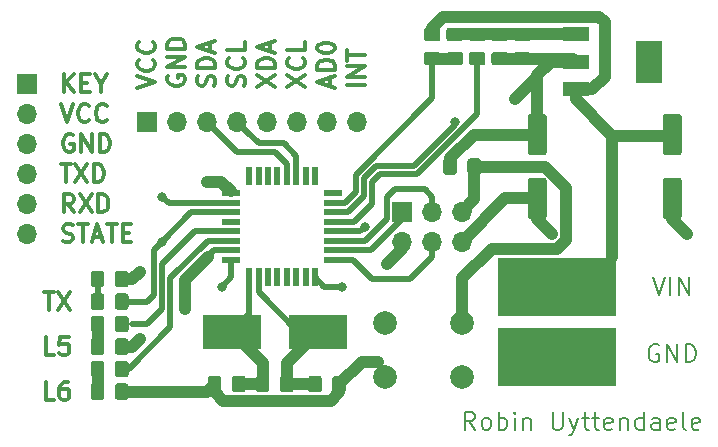
<source format=gbr>
G04 #@! TF.GenerationSoftware,KiCad,Pcbnew,(5.1.5)-3*
G04 #@! TF.CreationDate,2020-05-01T14:03:58+02:00*
G04 #@! TF.ProjectId,Arduino_Uno_R3_From_Scratch,41726475-696e-46f5-9f55-6e6f5f52335f,rev?*
G04 #@! TF.SameCoordinates,Original*
G04 #@! TF.FileFunction,Copper,L1,Top*
G04 #@! TF.FilePolarity,Positive*
%FSLAX46Y46*%
G04 Gerber Fmt 4.6, Leading zero omitted, Abs format (unit mm)*
G04 Created by KiCad (PCBNEW (5.1.5)-3) date 2020-05-01 14:03:58*
%MOMM*%
%LPD*%
G04 APERTURE LIST*
%ADD10C,0.300000*%
%ADD11C,0.150000*%
%ADD12C,0.100000*%
%ADD13O,1.700000X1.700000*%
%ADD14R,1.700000X1.700000*%
%ADD15R,4.900000X3.000000*%
%ADD16R,0.550000X1.500000*%
%ADD17R,1.500000X0.550000*%
%ADD18C,2.000000*%
%ADD19R,2.200000X3.600000*%
%ADD20R,2.235200X1.219200*%
%ADD21R,10.000000X5.000000*%
%ADD22C,0.800000*%
%ADD23C,1.000000*%
%ADD24C,0.250000*%
%ADD25C,0.500000*%
G04 APERTURE END LIST*
D10*
X159428571Y-70567857D02*
X157928571Y-70567857D01*
X159428571Y-69853571D02*
X157928571Y-69853571D01*
X159428571Y-68996428D01*
X157928571Y-68996428D01*
X157928571Y-68496428D02*
X157928571Y-67639285D01*
X159428571Y-68067857D02*
X157928571Y-68067857D01*
X156460000Y-70639285D02*
X156460000Y-69925000D01*
X156888571Y-70782142D02*
X155388571Y-70282142D01*
X156888571Y-69782142D01*
X156888571Y-69282142D02*
X155388571Y-69282142D01*
X155388571Y-68925000D01*
X155460000Y-68710714D01*
X155602857Y-68567857D01*
X155745714Y-68496428D01*
X156031428Y-68425000D01*
X156245714Y-68425000D01*
X156531428Y-68496428D01*
X156674285Y-68567857D01*
X156817142Y-68710714D01*
X156888571Y-68925000D01*
X156888571Y-69282142D01*
X155388571Y-67496428D02*
X155388571Y-67353571D01*
X155460000Y-67210714D01*
X155531428Y-67139285D01*
X155674285Y-67067857D01*
X155960000Y-66996428D01*
X156317142Y-66996428D01*
X156602857Y-67067857D01*
X156745714Y-67139285D01*
X156817142Y-67210714D01*
X156888571Y-67353571D01*
X156888571Y-67496428D01*
X156817142Y-67639285D01*
X156745714Y-67710714D01*
X156602857Y-67782142D01*
X156317142Y-67853571D01*
X155960000Y-67853571D01*
X155674285Y-67782142D01*
X155531428Y-67710714D01*
X155460000Y-67639285D01*
X155388571Y-67496428D01*
X150308571Y-70710714D02*
X151808571Y-69710714D01*
X150308571Y-69710714D02*
X151808571Y-70710714D01*
X151808571Y-69139285D02*
X150308571Y-69139285D01*
X150308571Y-68782142D01*
X150380000Y-68567857D01*
X150522857Y-68425000D01*
X150665714Y-68353571D01*
X150951428Y-68282142D01*
X151165714Y-68282142D01*
X151451428Y-68353571D01*
X151594285Y-68425000D01*
X151737142Y-68567857D01*
X151808571Y-68782142D01*
X151808571Y-69139285D01*
X151380000Y-67710714D02*
X151380000Y-66996428D01*
X151808571Y-67853571D02*
X150308571Y-67353571D01*
X151808571Y-66853571D01*
X152848571Y-70710714D02*
X154348571Y-69710714D01*
X152848571Y-69710714D02*
X154348571Y-70710714D01*
X154205714Y-68282142D02*
X154277142Y-68353571D01*
X154348571Y-68567857D01*
X154348571Y-68710714D01*
X154277142Y-68925000D01*
X154134285Y-69067857D01*
X153991428Y-69139285D01*
X153705714Y-69210714D01*
X153491428Y-69210714D01*
X153205714Y-69139285D01*
X153062857Y-69067857D01*
X152920000Y-68925000D01*
X152848571Y-68710714D01*
X152848571Y-68567857D01*
X152920000Y-68353571D01*
X152991428Y-68282142D01*
X154348571Y-66925000D02*
X154348571Y-67639285D01*
X152848571Y-67639285D01*
X146657142Y-70639285D02*
X146728571Y-70425000D01*
X146728571Y-70067857D01*
X146657142Y-69925000D01*
X146585714Y-69853571D01*
X146442857Y-69782142D01*
X146300000Y-69782142D01*
X146157142Y-69853571D01*
X146085714Y-69925000D01*
X146014285Y-70067857D01*
X145942857Y-70353571D01*
X145871428Y-70496428D01*
X145800000Y-70567857D01*
X145657142Y-70639285D01*
X145514285Y-70639285D01*
X145371428Y-70567857D01*
X145300000Y-70496428D01*
X145228571Y-70353571D01*
X145228571Y-69996428D01*
X145300000Y-69782142D01*
X146728571Y-69139285D02*
X145228571Y-69139285D01*
X145228571Y-68782142D01*
X145300000Y-68567857D01*
X145442857Y-68425000D01*
X145585714Y-68353571D01*
X145871428Y-68282142D01*
X146085714Y-68282142D01*
X146371428Y-68353571D01*
X146514285Y-68425000D01*
X146657142Y-68567857D01*
X146728571Y-68782142D01*
X146728571Y-69139285D01*
X146300000Y-67710714D02*
X146300000Y-66996428D01*
X146728571Y-67853571D02*
X145228571Y-67353571D01*
X146728571Y-66853571D01*
X149197142Y-70639285D02*
X149268571Y-70425000D01*
X149268571Y-70067857D01*
X149197142Y-69925000D01*
X149125714Y-69853571D01*
X148982857Y-69782142D01*
X148840000Y-69782142D01*
X148697142Y-69853571D01*
X148625714Y-69925000D01*
X148554285Y-70067857D01*
X148482857Y-70353571D01*
X148411428Y-70496428D01*
X148340000Y-70567857D01*
X148197142Y-70639285D01*
X148054285Y-70639285D01*
X147911428Y-70567857D01*
X147840000Y-70496428D01*
X147768571Y-70353571D01*
X147768571Y-69996428D01*
X147840000Y-69782142D01*
X149125714Y-68282142D02*
X149197142Y-68353571D01*
X149268571Y-68567857D01*
X149268571Y-68710714D01*
X149197142Y-68925000D01*
X149054285Y-69067857D01*
X148911428Y-69139285D01*
X148625714Y-69210714D01*
X148411428Y-69210714D01*
X148125714Y-69139285D01*
X147982857Y-69067857D01*
X147840000Y-68925000D01*
X147768571Y-68710714D01*
X147768571Y-68567857D01*
X147840000Y-68353571D01*
X147911428Y-68282142D01*
X149268571Y-66925000D02*
X149268571Y-67639285D01*
X147768571Y-67639285D01*
X142760000Y-69782142D02*
X142688571Y-69925000D01*
X142688571Y-70139285D01*
X142760000Y-70353571D01*
X142902857Y-70496428D01*
X143045714Y-70567857D01*
X143331428Y-70639285D01*
X143545714Y-70639285D01*
X143831428Y-70567857D01*
X143974285Y-70496428D01*
X144117142Y-70353571D01*
X144188571Y-70139285D01*
X144188571Y-69996428D01*
X144117142Y-69782142D01*
X144045714Y-69710714D01*
X143545714Y-69710714D01*
X143545714Y-69996428D01*
X144188571Y-69067857D02*
X142688571Y-69067857D01*
X144188571Y-68210714D01*
X142688571Y-68210714D01*
X144188571Y-67496428D02*
X142688571Y-67496428D01*
X142688571Y-67139285D01*
X142760000Y-66925000D01*
X142902857Y-66782142D01*
X143045714Y-66710714D01*
X143331428Y-66639285D01*
X143545714Y-66639285D01*
X143831428Y-66710714D01*
X143974285Y-66782142D01*
X144117142Y-66925000D01*
X144188571Y-67139285D01*
X144188571Y-67496428D01*
X140148571Y-70782142D02*
X141648571Y-70282142D01*
X140148571Y-69782142D01*
X141505714Y-68425000D02*
X141577142Y-68496428D01*
X141648571Y-68710714D01*
X141648571Y-68853571D01*
X141577142Y-69067857D01*
X141434285Y-69210714D01*
X141291428Y-69282142D01*
X141005714Y-69353571D01*
X140791428Y-69353571D01*
X140505714Y-69282142D01*
X140362857Y-69210714D01*
X140220000Y-69067857D01*
X140148571Y-68853571D01*
X140148571Y-68710714D01*
X140220000Y-68496428D01*
X140291428Y-68425000D01*
X141505714Y-66925000D02*
X141577142Y-66996428D01*
X141648571Y-67210714D01*
X141648571Y-67353571D01*
X141577142Y-67567857D01*
X141434285Y-67710714D01*
X141291428Y-67782142D01*
X141005714Y-67853571D01*
X140791428Y-67853571D01*
X140505714Y-67782142D01*
X140362857Y-67710714D01*
X140220000Y-67567857D01*
X140148571Y-67353571D01*
X140148571Y-67210714D01*
X140220000Y-66996428D01*
X140291428Y-66925000D01*
X133830714Y-83792142D02*
X134045000Y-83863571D01*
X134402142Y-83863571D01*
X134545000Y-83792142D01*
X134616428Y-83720714D01*
X134687857Y-83577857D01*
X134687857Y-83435000D01*
X134616428Y-83292142D01*
X134545000Y-83220714D01*
X134402142Y-83149285D01*
X134116428Y-83077857D01*
X133973571Y-83006428D01*
X133902142Y-82935000D01*
X133830714Y-82792142D01*
X133830714Y-82649285D01*
X133902142Y-82506428D01*
X133973571Y-82435000D01*
X134116428Y-82363571D01*
X134473571Y-82363571D01*
X134687857Y-82435000D01*
X135116428Y-82363571D02*
X135973571Y-82363571D01*
X135545000Y-83863571D02*
X135545000Y-82363571D01*
X136402142Y-83435000D02*
X137116428Y-83435000D01*
X136259285Y-83863571D02*
X136759285Y-82363571D01*
X137259285Y-83863571D01*
X137545000Y-82363571D02*
X138402142Y-82363571D01*
X137973571Y-83863571D02*
X137973571Y-82363571D01*
X138902142Y-83077857D02*
X139402142Y-83077857D01*
X139616428Y-83863571D02*
X138902142Y-83863571D01*
X138902142Y-82363571D01*
X139616428Y-82363571D01*
X134759285Y-81323571D02*
X134259285Y-80609285D01*
X133902142Y-81323571D02*
X133902142Y-79823571D01*
X134473571Y-79823571D01*
X134616428Y-79895000D01*
X134687857Y-79966428D01*
X134759285Y-80109285D01*
X134759285Y-80323571D01*
X134687857Y-80466428D01*
X134616428Y-80537857D01*
X134473571Y-80609285D01*
X133902142Y-80609285D01*
X135259285Y-79823571D02*
X136259285Y-81323571D01*
X136259285Y-79823571D02*
X135259285Y-81323571D01*
X136830714Y-81323571D02*
X136830714Y-79823571D01*
X137187857Y-79823571D01*
X137402142Y-79895000D01*
X137545000Y-80037857D01*
X137616428Y-80180714D01*
X137687857Y-80466428D01*
X137687857Y-80680714D01*
X137616428Y-80966428D01*
X137545000Y-81109285D01*
X137402142Y-81252142D01*
X137187857Y-81323571D01*
X136830714Y-81323571D01*
X133687857Y-77283571D02*
X134545000Y-77283571D01*
X134116428Y-78783571D02*
X134116428Y-77283571D01*
X134902142Y-77283571D02*
X135902142Y-78783571D01*
X135902142Y-77283571D02*
X134902142Y-78783571D01*
X136473571Y-78783571D02*
X136473571Y-77283571D01*
X136830714Y-77283571D01*
X137045000Y-77355000D01*
X137187857Y-77497857D01*
X137259285Y-77640714D01*
X137330714Y-77926428D01*
X137330714Y-78140714D01*
X137259285Y-78426428D01*
X137187857Y-78569285D01*
X137045000Y-78712142D01*
X136830714Y-78783571D01*
X136473571Y-78783571D01*
X134687857Y-74815000D02*
X134545000Y-74743571D01*
X134330714Y-74743571D01*
X134116428Y-74815000D01*
X133973571Y-74957857D01*
X133902142Y-75100714D01*
X133830714Y-75386428D01*
X133830714Y-75600714D01*
X133902142Y-75886428D01*
X133973571Y-76029285D01*
X134116428Y-76172142D01*
X134330714Y-76243571D01*
X134473571Y-76243571D01*
X134687857Y-76172142D01*
X134759285Y-76100714D01*
X134759285Y-75600714D01*
X134473571Y-75600714D01*
X135402142Y-76243571D02*
X135402142Y-74743571D01*
X136259285Y-76243571D01*
X136259285Y-74743571D01*
X136973571Y-76243571D02*
X136973571Y-74743571D01*
X137330714Y-74743571D01*
X137545000Y-74815000D01*
X137687857Y-74957857D01*
X137759285Y-75100714D01*
X137830714Y-75386428D01*
X137830714Y-75600714D01*
X137759285Y-75886428D01*
X137687857Y-76029285D01*
X137545000Y-76172142D01*
X137330714Y-76243571D01*
X136973571Y-76243571D01*
X133902142Y-71163571D02*
X133902142Y-69663571D01*
X134759285Y-71163571D02*
X134116428Y-70306428D01*
X134759285Y-69663571D02*
X133902142Y-70520714D01*
X135402142Y-70377857D02*
X135902142Y-70377857D01*
X136116428Y-71163571D02*
X135402142Y-71163571D01*
X135402142Y-69663571D01*
X136116428Y-69663571D01*
X137045000Y-70449285D02*
X137045000Y-71163571D01*
X136545000Y-69663571D02*
X137045000Y-70449285D01*
X137545000Y-69663571D01*
X133687857Y-72203571D02*
X134187857Y-73703571D01*
X134687857Y-72203571D01*
X136045000Y-73560714D02*
X135973571Y-73632142D01*
X135759285Y-73703571D01*
X135616428Y-73703571D01*
X135402142Y-73632142D01*
X135259285Y-73489285D01*
X135187857Y-73346428D01*
X135116428Y-73060714D01*
X135116428Y-72846428D01*
X135187857Y-72560714D01*
X135259285Y-72417857D01*
X135402142Y-72275000D01*
X135616428Y-72203571D01*
X135759285Y-72203571D01*
X135973571Y-72275000D01*
X136045000Y-72346428D01*
X137545000Y-73560714D02*
X137473571Y-73632142D01*
X137259285Y-73703571D01*
X137116428Y-73703571D01*
X136902142Y-73632142D01*
X136759285Y-73489285D01*
X136687857Y-73346428D01*
X136616428Y-73060714D01*
X136616428Y-72846428D01*
X136687857Y-72560714D01*
X136759285Y-72417857D01*
X136902142Y-72275000D01*
X137116428Y-72203571D01*
X137259285Y-72203571D01*
X137473571Y-72275000D01*
X137545000Y-72346428D01*
X133100000Y-97198571D02*
X132385714Y-97198571D01*
X132385714Y-95698571D01*
X134242857Y-95698571D02*
X133957142Y-95698571D01*
X133814285Y-95770000D01*
X133742857Y-95841428D01*
X133600000Y-96055714D01*
X133528571Y-96341428D01*
X133528571Y-96912857D01*
X133600000Y-97055714D01*
X133671428Y-97127142D01*
X133814285Y-97198571D01*
X134100000Y-97198571D01*
X134242857Y-97127142D01*
X134314285Y-97055714D01*
X134385714Y-96912857D01*
X134385714Y-96555714D01*
X134314285Y-96412857D01*
X134242857Y-96341428D01*
X134100000Y-96270000D01*
X133814285Y-96270000D01*
X133671428Y-96341428D01*
X133600000Y-96412857D01*
X133528571Y-96555714D01*
X133100000Y-93388571D02*
X132385714Y-93388571D01*
X132385714Y-91888571D01*
X134314285Y-91888571D02*
X133600000Y-91888571D01*
X133528571Y-92602857D01*
X133600000Y-92531428D01*
X133742857Y-92460000D01*
X134100000Y-92460000D01*
X134242857Y-92531428D01*
X134314285Y-92602857D01*
X134385714Y-92745714D01*
X134385714Y-93102857D01*
X134314285Y-93245714D01*
X134242857Y-93317142D01*
X134100000Y-93388571D01*
X133742857Y-93388571D01*
X133600000Y-93317142D01*
X133528571Y-93245714D01*
X132207142Y-88078571D02*
X133064285Y-88078571D01*
X132635714Y-89578571D02*
X132635714Y-88078571D01*
X133421428Y-88078571D02*
X134421428Y-89578571D01*
X134421428Y-88078571D02*
X133421428Y-89578571D01*
D11*
X183777142Y-86808571D02*
X184277142Y-88308571D01*
X184777142Y-86808571D01*
X185277142Y-88308571D02*
X185277142Y-86808571D01*
X185991428Y-88308571D02*
X185991428Y-86808571D01*
X186848571Y-88308571D01*
X186848571Y-86808571D01*
X184277142Y-92595000D02*
X184134285Y-92523571D01*
X183920000Y-92523571D01*
X183705714Y-92595000D01*
X183562857Y-92737857D01*
X183491428Y-92880714D01*
X183420000Y-93166428D01*
X183420000Y-93380714D01*
X183491428Y-93666428D01*
X183562857Y-93809285D01*
X183705714Y-93952142D01*
X183920000Y-94023571D01*
X184062857Y-94023571D01*
X184277142Y-93952142D01*
X184348571Y-93880714D01*
X184348571Y-93380714D01*
X184062857Y-93380714D01*
X184991428Y-94023571D02*
X184991428Y-92523571D01*
X185848571Y-94023571D01*
X185848571Y-92523571D01*
X186562857Y-94023571D02*
X186562857Y-92523571D01*
X186920000Y-92523571D01*
X187134285Y-92595000D01*
X187277142Y-92737857D01*
X187348571Y-92880714D01*
X187420000Y-93166428D01*
X187420000Y-93380714D01*
X187348571Y-93666428D01*
X187277142Y-93809285D01*
X187134285Y-93952142D01*
X186920000Y-94023571D01*
X186562857Y-94023571D01*
X168728571Y-99738571D02*
X168228571Y-99024285D01*
X167871428Y-99738571D02*
X167871428Y-98238571D01*
X168442857Y-98238571D01*
X168585714Y-98310000D01*
X168657142Y-98381428D01*
X168728571Y-98524285D01*
X168728571Y-98738571D01*
X168657142Y-98881428D01*
X168585714Y-98952857D01*
X168442857Y-99024285D01*
X167871428Y-99024285D01*
X169585714Y-99738571D02*
X169442857Y-99667142D01*
X169371428Y-99595714D01*
X169300000Y-99452857D01*
X169300000Y-99024285D01*
X169371428Y-98881428D01*
X169442857Y-98810000D01*
X169585714Y-98738571D01*
X169800000Y-98738571D01*
X169942857Y-98810000D01*
X170014285Y-98881428D01*
X170085714Y-99024285D01*
X170085714Y-99452857D01*
X170014285Y-99595714D01*
X169942857Y-99667142D01*
X169800000Y-99738571D01*
X169585714Y-99738571D01*
X170728571Y-99738571D02*
X170728571Y-98238571D01*
X170728571Y-98810000D02*
X170871428Y-98738571D01*
X171157142Y-98738571D01*
X171300000Y-98810000D01*
X171371428Y-98881428D01*
X171442857Y-99024285D01*
X171442857Y-99452857D01*
X171371428Y-99595714D01*
X171300000Y-99667142D01*
X171157142Y-99738571D01*
X170871428Y-99738571D01*
X170728571Y-99667142D01*
X172085714Y-99738571D02*
X172085714Y-98738571D01*
X172085714Y-98238571D02*
X172014285Y-98310000D01*
X172085714Y-98381428D01*
X172157142Y-98310000D01*
X172085714Y-98238571D01*
X172085714Y-98381428D01*
X172800000Y-98738571D02*
X172800000Y-99738571D01*
X172800000Y-98881428D02*
X172871428Y-98810000D01*
X173014285Y-98738571D01*
X173228571Y-98738571D01*
X173371428Y-98810000D01*
X173442857Y-98952857D01*
X173442857Y-99738571D01*
X175300000Y-98238571D02*
X175300000Y-99452857D01*
X175371428Y-99595714D01*
X175442857Y-99667142D01*
X175585714Y-99738571D01*
X175871428Y-99738571D01*
X176014285Y-99667142D01*
X176085714Y-99595714D01*
X176157142Y-99452857D01*
X176157142Y-98238571D01*
X176728571Y-98738571D02*
X177085714Y-99738571D01*
X177442857Y-98738571D02*
X177085714Y-99738571D01*
X176942857Y-100095714D01*
X176871428Y-100167142D01*
X176728571Y-100238571D01*
X177800000Y-98738571D02*
X178371428Y-98738571D01*
X178014285Y-98238571D02*
X178014285Y-99524285D01*
X178085714Y-99667142D01*
X178228571Y-99738571D01*
X178371428Y-99738571D01*
X178657142Y-98738571D02*
X179228571Y-98738571D01*
X178871428Y-98238571D02*
X178871428Y-99524285D01*
X178942857Y-99667142D01*
X179085714Y-99738571D01*
X179228571Y-99738571D01*
X180300000Y-99667142D02*
X180157142Y-99738571D01*
X179871428Y-99738571D01*
X179728571Y-99667142D01*
X179657142Y-99524285D01*
X179657142Y-98952857D01*
X179728571Y-98810000D01*
X179871428Y-98738571D01*
X180157142Y-98738571D01*
X180300000Y-98810000D01*
X180371428Y-98952857D01*
X180371428Y-99095714D01*
X179657142Y-99238571D01*
X181014285Y-98738571D02*
X181014285Y-99738571D01*
X181014285Y-98881428D02*
X181085714Y-98810000D01*
X181228571Y-98738571D01*
X181442857Y-98738571D01*
X181585714Y-98810000D01*
X181657142Y-98952857D01*
X181657142Y-99738571D01*
X183014285Y-99738571D02*
X183014285Y-98238571D01*
X183014285Y-99667142D02*
X182871428Y-99738571D01*
X182585714Y-99738571D01*
X182442857Y-99667142D01*
X182371428Y-99595714D01*
X182299999Y-99452857D01*
X182299999Y-99024285D01*
X182371428Y-98881428D01*
X182442857Y-98810000D01*
X182585714Y-98738571D01*
X182871428Y-98738571D01*
X183014285Y-98810000D01*
X184371428Y-99738571D02*
X184371428Y-98952857D01*
X184299999Y-98810000D01*
X184157142Y-98738571D01*
X183871428Y-98738571D01*
X183728571Y-98810000D01*
X184371428Y-99667142D02*
X184228571Y-99738571D01*
X183871428Y-99738571D01*
X183728571Y-99667142D01*
X183657142Y-99524285D01*
X183657142Y-99381428D01*
X183728571Y-99238571D01*
X183871428Y-99167142D01*
X184228571Y-99167142D01*
X184371428Y-99095714D01*
X185657142Y-99667142D02*
X185514285Y-99738571D01*
X185228571Y-99738571D01*
X185085714Y-99667142D01*
X185014285Y-99524285D01*
X185014285Y-98952857D01*
X185085714Y-98810000D01*
X185228571Y-98738571D01*
X185514285Y-98738571D01*
X185657142Y-98810000D01*
X185728571Y-98952857D01*
X185728571Y-99095714D01*
X185014285Y-99238571D01*
X186585714Y-99738571D02*
X186442857Y-99667142D01*
X186371428Y-99524285D01*
X186371428Y-98238571D01*
X187728571Y-99667142D02*
X187585714Y-99738571D01*
X187300000Y-99738571D01*
X187157142Y-99667142D01*
X187085714Y-99524285D01*
X187085714Y-98952857D01*
X187157142Y-98810000D01*
X187300000Y-98738571D01*
X187585714Y-98738571D01*
X187728571Y-98810000D01*
X187800000Y-98952857D01*
X187800000Y-99095714D01*
X187085714Y-99238571D01*
G04 #@! TA.AperFunction,SMDPad,CuDef*
D12*
G36*
X137119505Y-86296204D02*
G01*
X137143773Y-86299804D01*
X137167572Y-86305765D01*
X137190671Y-86314030D01*
X137212850Y-86324520D01*
X137233893Y-86337132D01*
X137253599Y-86351747D01*
X137271777Y-86368223D01*
X137288253Y-86386401D01*
X137302868Y-86406107D01*
X137315480Y-86427150D01*
X137325970Y-86449329D01*
X137334235Y-86472428D01*
X137340196Y-86496227D01*
X137343796Y-86520495D01*
X137345000Y-86544999D01*
X137345000Y-87445001D01*
X137343796Y-87469505D01*
X137340196Y-87493773D01*
X137334235Y-87517572D01*
X137325970Y-87540671D01*
X137315480Y-87562850D01*
X137302868Y-87583893D01*
X137288253Y-87603599D01*
X137271777Y-87621777D01*
X137253599Y-87638253D01*
X137233893Y-87652868D01*
X137212850Y-87665480D01*
X137190671Y-87675970D01*
X137167572Y-87684235D01*
X137143773Y-87690196D01*
X137119505Y-87693796D01*
X137095001Y-87695000D01*
X136444999Y-87695000D01*
X136420495Y-87693796D01*
X136396227Y-87690196D01*
X136372428Y-87684235D01*
X136349329Y-87675970D01*
X136327150Y-87665480D01*
X136306107Y-87652868D01*
X136286401Y-87638253D01*
X136268223Y-87621777D01*
X136251747Y-87603599D01*
X136237132Y-87583893D01*
X136224520Y-87562850D01*
X136214030Y-87540671D01*
X136205765Y-87517572D01*
X136199804Y-87493773D01*
X136196204Y-87469505D01*
X136195000Y-87445001D01*
X136195000Y-86544999D01*
X136196204Y-86520495D01*
X136199804Y-86496227D01*
X136205765Y-86472428D01*
X136214030Y-86449329D01*
X136224520Y-86427150D01*
X136237132Y-86406107D01*
X136251747Y-86386401D01*
X136268223Y-86368223D01*
X136286401Y-86351747D01*
X136306107Y-86337132D01*
X136327150Y-86324520D01*
X136349329Y-86314030D01*
X136372428Y-86305765D01*
X136396227Y-86299804D01*
X136420495Y-86296204D01*
X136444999Y-86295000D01*
X137095001Y-86295000D01*
X137119505Y-86296204D01*
G37*
G04 #@! TD.AperFunction*
G04 #@! TA.AperFunction,SMDPad,CuDef*
G36*
X139169505Y-86296204D02*
G01*
X139193773Y-86299804D01*
X139217572Y-86305765D01*
X139240671Y-86314030D01*
X139262850Y-86324520D01*
X139283893Y-86337132D01*
X139303599Y-86351747D01*
X139321777Y-86368223D01*
X139338253Y-86386401D01*
X139352868Y-86406107D01*
X139365480Y-86427150D01*
X139375970Y-86449329D01*
X139384235Y-86472428D01*
X139390196Y-86496227D01*
X139393796Y-86520495D01*
X139395000Y-86544999D01*
X139395000Y-87445001D01*
X139393796Y-87469505D01*
X139390196Y-87493773D01*
X139384235Y-87517572D01*
X139375970Y-87540671D01*
X139365480Y-87562850D01*
X139352868Y-87583893D01*
X139338253Y-87603599D01*
X139321777Y-87621777D01*
X139303599Y-87638253D01*
X139283893Y-87652868D01*
X139262850Y-87665480D01*
X139240671Y-87675970D01*
X139217572Y-87684235D01*
X139193773Y-87690196D01*
X139169505Y-87693796D01*
X139145001Y-87695000D01*
X138494999Y-87695000D01*
X138470495Y-87693796D01*
X138446227Y-87690196D01*
X138422428Y-87684235D01*
X138399329Y-87675970D01*
X138377150Y-87665480D01*
X138356107Y-87652868D01*
X138336401Y-87638253D01*
X138318223Y-87621777D01*
X138301747Y-87603599D01*
X138287132Y-87583893D01*
X138274520Y-87562850D01*
X138264030Y-87540671D01*
X138255765Y-87517572D01*
X138249804Y-87493773D01*
X138246204Y-87469505D01*
X138245000Y-87445001D01*
X138245000Y-86544999D01*
X138246204Y-86520495D01*
X138249804Y-86496227D01*
X138255765Y-86472428D01*
X138264030Y-86449329D01*
X138274520Y-86427150D01*
X138287132Y-86406107D01*
X138301747Y-86386401D01*
X138318223Y-86368223D01*
X138336401Y-86351747D01*
X138356107Y-86337132D01*
X138377150Y-86324520D01*
X138399329Y-86314030D01*
X138422428Y-86305765D01*
X138446227Y-86299804D01*
X138470495Y-86296204D01*
X138494999Y-86295000D01*
X139145001Y-86295000D01*
X139169505Y-86296204D01*
G37*
G04 #@! TD.AperFunction*
G04 #@! TA.AperFunction,SMDPad,CuDef*
G36*
X139169505Y-93916204D02*
G01*
X139193773Y-93919804D01*
X139217572Y-93925765D01*
X139240671Y-93934030D01*
X139262850Y-93944520D01*
X139283893Y-93957132D01*
X139303599Y-93971747D01*
X139321777Y-93988223D01*
X139338253Y-94006401D01*
X139352868Y-94026107D01*
X139365480Y-94047150D01*
X139375970Y-94069329D01*
X139384235Y-94092428D01*
X139390196Y-94116227D01*
X139393796Y-94140495D01*
X139395000Y-94164999D01*
X139395000Y-95065001D01*
X139393796Y-95089505D01*
X139390196Y-95113773D01*
X139384235Y-95137572D01*
X139375970Y-95160671D01*
X139365480Y-95182850D01*
X139352868Y-95203893D01*
X139338253Y-95223599D01*
X139321777Y-95241777D01*
X139303599Y-95258253D01*
X139283893Y-95272868D01*
X139262850Y-95285480D01*
X139240671Y-95295970D01*
X139217572Y-95304235D01*
X139193773Y-95310196D01*
X139169505Y-95313796D01*
X139145001Y-95315000D01*
X138494999Y-95315000D01*
X138470495Y-95313796D01*
X138446227Y-95310196D01*
X138422428Y-95304235D01*
X138399329Y-95295970D01*
X138377150Y-95285480D01*
X138356107Y-95272868D01*
X138336401Y-95258253D01*
X138318223Y-95241777D01*
X138301747Y-95223599D01*
X138287132Y-95203893D01*
X138274520Y-95182850D01*
X138264030Y-95160671D01*
X138255765Y-95137572D01*
X138249804Y-95113773D01*
X138246204Y-95089505D01*
X138245000Y-95065001D01*
X138245000Y-94164999D01*
X138246204Y-94140495D01*
X138249804Y-94116227D01*
X138255765Y-94092428D01*
X138264030Y-94069329D01*
X138274520Y-94047150D01*
X138287132Y-94026107D01*
X138301747Y-94006401D01*
X138318223Y-93988223D01*
X138336401Y-93971747D01*
X138356107Y-93957132D01*
X138377150Y-93944520D01*
X138399329Y-93934030D01*
X138422428Y-93925765D01*
X138446227Y-93919804D01*
X138470495Y-93916204D01*
X138494999Y-93915000D01*
X139145001Y-93915000D01*
X139169505Y-93916204D01*
G37*
G04 #@! TD.AperFunction*
G04 #@! TA.AperFunction,SMDPad,CuDef*
G36*
X137119505Y-93916204D02*
G01*
X137143773Y-93919804D01*
X137167572Y-93925765D01*
X137190671Y-93934030D01*
X137212850Y-93944520D01*
X137233893Y-93957132D01*
X137253599Y-93971747D01*
X137271777Y-93988223D01*
X137288253Y-94006401D01*
X137302868Y-94026107D01*
X137315480Y-94047150D01*
X137325970Y-94069329D01*
X137334235Y-94092428D01*
X137340196Y-94116227D01*
X137343796Y-94140495D01*
X137345000Y-94164999D01*
X137345000Y-95065001D01*
X137343796Y-95089505D01*
X137340196Y-95113773D01*
X137334235Y-95137572D01*
X137325970Y-95160671D01*
X137315480Y-95182850D01*
X137302868Y-95203893D01*
X137288253Y-95223599D01*
X137271777Y-95241777D01*
X137253599Y-95258253D01*
X137233893Y-95272868D01*
X137212850Y-95285480D01*
X137190671Y-95295970D01*
X137167572Y-95304235D01*
X137143773Y-95310196D01*
X137119505Y-95313796D01*
X137095001Y-95315000D01*
X136444999Y-95315000D01*
X136420495Y-95313796D01*
X136396227Y-95310196D01*
X136372428Y-95304235D01*
X136349329Y-95295970D01*
X136327150Y-95285480D01*
X136306107Y-95272868D01*
X136286401Y-95258253D01*
X136268223Y-95241777D01*
X136251747Y-95223599D01*
X136237132Y-95203893D01*
X136224520Y-95182850D01*
X136214030Y-95160671D01*
X136205765Y-95137572D01*
X136199804Y-95113773D01*
X136196204Y-95089505D01*
X136195000Y-95065001D01*
X136195000Y-94164999D01*
X136196204Y-94140495D01*
X136199804Y-94116227D01*
X136205765Y-94092428D01*
X136214030Y-94069329D01*
X136224520Y-94047150D01*
X136237132Y-94026107D01*
X136251747Y-94006401D01*
X136268223Y-93988223D01*
X136286401Y-93971747D01*
X136306107Y-93957132D01*
X136327150Y-93944520D01*
X136349329Y-93934030D01*
X136372428Y-93925765D01*
X136396227Y-93919804D01*
X136420495Y-93916204D01*
X136444999Y-93915000D01*
X137095001Y-93915000D01*
X137119505Y-93916204D01*
G37*
G04 #@! TD.AperFunction*
G04 #@! TA.AperFunction,SMDPad,CuDef*
G36*
X139169505Y-90106204D02*
G01*
X139193773Y-90109804D01*
X139217572Y-90115765D01*
X139240671Y-90124030D01*
X139262850Y-90134520D01*
X139283893Y-90147132D01*
X139303599Y-90161747D01*
X139321777Y-90178223D01*
X139338253Y-90196401D01*
X139352868Y-90216107D01*
X139365480Y-90237150D01*
X139375970Y-90259329D01*
X139384235Y-90282428D01*
X139390196Y-90306227D01*
X139393796Y-90330495D01*
X139395000Y-90354999D01*
X139395000Y-91255001D01*
X139393796Y-91279505D01*
X139390196Y-91303773D01*
X139384235Y-91327572D01*
X139375970Y-91350671D01*
X139365480Y-91372850D01*
X139352868Y-91393893D01*
X139338253Y-91413599D01*
X139321777Y-91431777D01*
X139303599Y-91448253D01*
X139283893Y-91462868D01*
X139262850Y-91475480D01*
X139240671Y-91485970D01*
X139217572Y-91494235D01*
X139193773Y-91500196D01*
X139169505Y-91503796D01*
X139145001Y-91505000D01*
X138494999Y-91505000D01*
X138470495Y-91503796D01*
X138446227Y-91500196D01*
X138422428Y-91494235D01*
X138399329Y-91485970D01*
X138377150Y-91475480D01*
X138356107Y-91462868D01*
X138336401Y-91448253D01*
X138318223Y-91431777D01*
X138301747Y-91413599D01*
X138287132Y-91393893D01*
X138274520Y-91372850D01*
X138264030Y-91350671D01*
X138255765Y-91327572D01*
X138249804Y-91303773D01*
X138246204Y-91279505D01*
X138245000Y-91255001D01*
X138245000Y-90354999D01*
X138246204Y-90330495D01*
X138249804Y-90306227D01*
X138255765Y-90282428D01*
X138264030Y-90259329D01*
X138274520Y-90237150D01*
X138287132Y-90216107D01*
X138301747Y-90196401D01*
X138318223Y-90178223D01*
X138336401Y-90161747D01*
X138356107Y-90147132D01*
X138377150Y-90134520D01*
X138399329Y-90124030D01*
X138422428Y-90115765D01*
X138446227Y-90109804D01*
X138470495Y-90106204D01*
X138494999Y-90105000D01*
X139145001Y-90105000D01*
X139169505Y-90106204D01*
G37*
G04 #@! TD.AperFunction*
G04 #@! TA.AperFunction,SMDPad,CuDef*
G36*
X137119505Y-90106204D02*
G01*
X137143773Y-90109804D01*
X137167572Y-90115765D01*
X137190671Y-90124030D01*
X137212850Y-90134520D01*
X137233893Y-90147132D01*
X137253599Y-90161747D01*
X137271777Y-90178223D01*
X137288253Y-90196401D01*
X137302868Y-90216107D01*
X137315480Y-90237150D01*
X137325970Y-90259329D01*
X137334235Y-90282428D01*
X137340196Y-90306227D01*
X137343796Y-90330495D01*
X137345000Y-90354999D01*
X137345000Y-91255001D01*
X137343796Y-91279505D01*
X137340196Y-91303773D01*
X137334235Y-91327572D01*
X137325970Y-91350671D01*
X137315480Y-91372850D01*
X137302868Y-91393893D01*
X137288253Y-91413599D01*
X137271777Y-91431777D01*
X137253599Y-91448253D01*
X137233893Y-91462868D01*
X137212850Y-91475480D01*
X137190671Y-91485970D01*
X137167572Y-91494235D01*
X137143773Y-91500196D01*
X137119505Y-91503796D01*
X137095001Y-91505000D01*
X136444999Y-91505000D01*
X136420495Y-91503796D01*
X136396227Y-91500196D01*
X136372428Y-91494235D01*
X136349329Y-91485970D01*
X136327150Y-91475480D01*
X136306107Y-91462868D01*
X136286401Y-91448253D01*
X136268223Y-91431777D01*
X136251747Y-91413599D01*
X136237132Y-91393893D01*
X136224520Y-91372850D01*
X136214030Y-91350671D01*
X136205765Y-91327572D01*
X136199804Y-91303773D01*
X136196204Y-91279505D01*
X136195000Y-91255001D01*
X136195000Y-90354999D01*
X136196204Y-90330495D01*
X136199804Y-90306227D01*
X136205765Y-90282428D01*
X136214030Y-90259329D01*
X136224520Y-90237150D01*
X136237132Y-90216107D01*
X136251747Y-90196401D01*
X136268223Y-90178223D01*
X136286401Y-90161747D01*
X136306107Y-90147132D01*
X136327150Y-90134520D01*
X136349329Y-90124030D01*
X136372428Y-90115765D01*
X136396227Y-90109804D01*
X136420495Y-90106204D01*
X136444999Y-90105000D01*
X137095001Y-90105000D01*
X137119505Y-90106204D01*
G37*
G04 #@! TD.AperFunction*
D13*
X158750000Y-73660000D03*
X156210000Y-73660000D03*
X153670000Y-73660000D03*
X151130000Y-73660000D03*
X148590000Y-73660000D03*
X146050000Y-73660000D03*
X143510000Y-73660000D03*
D14*
X140970000Y-73660000D03*
D13*
X130810000Y-83185000D03*
X130810000Y-80645000D03*
X130810000Y-78105000D03*
X130810000Y-75565000D03*
X130810000Y-73025000D03*
D14*
X130810000Y-70485000D03*
G04 #@! TA.AperFunction,SMDPad,CuDef*
D12*
G36*
X137119505Y-95821204D02*
G01*
X137143773Y-95824804D01*
X137167572Y-95830765D01*
X137190671Y-95839030D01*
X137212850Y-95849520D01*
X137233893Y-95862132D01*
X137253599Y-95876747D01*
X137271777Y-95893223D01*
X137288253Y-95911401D01*
X137302868Y-95931107D01*
X137315480Y-95952150D01*
X137325970Y-95974329D01*
X137334235Y-95997428D01*
X137340196Y-96021227D01*
X137343796Y-96045495D01*
X137345000Y-96069999D01*
X137345000Y-96970001D01*
X137343796Y-96994505D01*
X137340196Y-97018773D01*
X137334235Y-97042572D01*
X137325970Y-97065671D01*
X137315480Y-97087850D01*
X137302868Y-97108893D01*
X137288253Y-97128599D01*
X137271777Y-97146777D01*
X137253599Y-97163253D01*
X137233893Y-97177868D01*
X137212850Y-97190480D01*
X137190671Y-97200970D01*
X137167572Y-97209235D01*
X137143773Y-97215196D01*
X137119505Y-97218796D01*
X137095001Y-97220000D01*
X136444999Y-97220000D01*
X136420495Y-97218796D01*
X136396227Y-97215196D01*
X136372428Y-97209235D01*
X136349329Y-97200970D01*
X136327150Y-97190480D01*
X136306107Y-97177868D01*
X136286401Y-97163253D01*
X136268223Y-97146777D01*
X136251747Y-97128599D01*
X136237132Y-97108893D01*
X136224520Y-97087850D01*
X136214030Y-97065671D01*
X136205765Y-97042572D01*
X136199804Y-97018773D01*
X136196204Y-96994505D01*
X136195000Y-96970001D01*
X136195000Y-96069999D01*
X136196204Y-96045495D01*
X136199804Y-96021227D01*
X136205765Y-95997428D01*
X136214030Y-95974329D01*
X136224520Y-95952150D01*
X136237132Y-95931107D01*
X136251747Y-95911401D01*
X136268223Y-95893223D01*
X136286401Y-95876747D01*
X136306107Y-95862132D01*
X136327150Y-95849520D01*
X136349329Y-95839030D01*
X136372428Y-95830765D01*
X136396227Y-95824804D01*
X136420495Y-95821204D01*
X136444999Y-95820000D01*
X137095001Y-95820000D01*
X137119505Y-95821204D01*
G37*
G04 #@! TD.AperFunction*
G04 #@! TA.AperFunction,SMDPad,CuDef*
G36*
X139169505Y-95821204D02*
G01*
X139193773Y-95824804D01*
X139217572Y-95830765D01*
X139240671Y-95839030D01*
X139262850Y-95849520D01*
X139283893Y-95862132D01*
X139303599Y-95876747D01*
X139321777Y-95893223D01*
X139338253Y-95911401D01*
X139352868Y-95931107D01*
X139365480Y-95952150D01*
X139375970Y-95974329D01*
X139384235Y-95997428D01*
X139390196Y-96021227D01*
X139393796Y-96045495D01*
X139395000Y-96069999D01*
X139395000Y-96970001D01*
X139393796Y-96994505D01*
X139390196Y-97018773D01*
X139384235Y-97042572D01*
X139375970Y-97065671D01*
X139365480Y-97087850D01*
X139352868Y-97108893D01*
X139338253Y-97128599D01*
X139321777Y-97146777D01*
X139303599Y-97163253D01*
X139283893Y-97177868D01*
X139262850Y-97190480D01*
X139240671Y-97200970D01*
X139217572Y-97209235D01*
X139193773Y-97215196D01*
X139169505Y-97218796D01*
X139145001Y-97220000D01*
X138494999Y-97220000D01*
X138470495Y-97218796D01*
X138446227Y-97215196D01*
X138422428Y-97209235D01*
X138399329Y-97200970D01*
X138377150Y-97190480D01*
X138356107Y-97177868D01*
X138336401Y-97163253D01*
X138318223Y-97146777D01*
X138301747Y-97128599D01*
X138287132Y-97108893D01*
X138274520Y-97087850D01*
X138264030Y-97065671D01*
X138255765Y-97042572D01*
X138249804Y-97018773D01*
X138246204Y-96994505D01*
X138245000Y-96970001D01*
X138245000Y-96069999D01*
X138246204Y-96045495D01*
X138249804Y-96021227D01*
X138255765Y-95997428D01*
X138264030Y-95974329D01*
X138274520Y-95952150D01*
X138287132Y-95931107D01*
X138301747Y-95911401D01*
X138318223Y-95893223D01*
X138336401Y-95876747D01*
X138356107Y-95862132D01*
X138377150Y-95849520D01*
X138399329Y-95839030D01*
X138422428Y-95830765D01*
X138446227Y-95824804D01*
X138470495Y-95821204D01*
X138494999Y-95820000D01*
X139145001Y-95820000D01*
X139169505Y-95821204D01*
G37*
G04 #@! TD.AperFunction*
G04 #@! TA.AperFunction,SMDPad,CuDef*
G36*
X137119505Y-88201204D02*
G01*
X137143773Y-88204804D01*
X137167572Y-88210765D01*
X137190671Y-88219030D01*
X137212850Y-88229520D01*
X137233893Y-88242132D01*
X137253599Y-88256747D01*
X137271777Y-88273223D01*
X137288253Y-88291401D01*
X137302868Y-88311107D01*
X137315480Y-88332150D01*
X137325970Y-88354329D01*
X137334235Y-88377428D01*
X137340196Y-88401227D01*
X137343796Y-88425495D01*
X137345000Y-88449999D01*
X137345000Y-89350001D01*
X137343796Y-89374505D01*
X137340196Y-89398773D01*
X137334235Y-89422572D01*
X137325970Y-89445671D01*
X137315480Y-89467850D01*
X137302868Y-89488893D01*
X137288253Y-89508599D01*
X137271777Y-89526777D01*
X137253599Y-89543253D01*
X137233893Y-89557868D01*
X137212850Y-89570480D01*
X137190671Y-89580970D01*
X137167572Y-89589235D01*
X137143773Y-89595196D01*
X137119505Y-89598796D01*
X137095001Y-89600000D01*
X136444999Y-89600000D01*
X136420495Y-89598796D01*
X136396227Y-89595196D01*
X136372428Y-89589235D01*
X136349329Y-89580970D01*
X136327150Y-89570480D01*
X136306107Y-89557868D01*
X136286401Y-89543253D01*
X136268223Y-89526777D01*
X136251747Y-89508599D01*
X136237132Y-89488893D01*
X136224520Y-89467850D01*
X136214030Y-89445671D01*
X136205765Y-89422572D01*
X136199804Y-89398773D01*
X136196204Y-89374505D01*
X136195000Y-89350001D01*
X136195000Y-88449999D01*
X136196204Y-88425495D01*
X136199804Y-88401227D01*
X136205765Y-88377428D01*
X136214030Y-88354329D01*
X136224520Y-88332150D01*
X136237132Y-88311107D01*
X136251747Y-88291401D01*
X136268223Y-88273223D01*
X136286401Y-88256747D01*
X136306107Y-88242132D01*
X136327150Y-88229520D01*
X136349329Y-88219030D01*
X136372428Y-88210765D01*
X136396227Y-88204804D01*
X136420495Y-88201204D01*
X136444999Y-88200000D01*
X137095001Y-88200000D01*
X137119505Y-88201204D01*
G37*
G04 #@! TD.AperFunction*
G04 #@! TA.AperFunction,SMDPad,CuDef*
G36*
X139169505Y-88201204D02*
G01*
X139193773Y-88204804D01*
X139217572Y-88210765D01*
X139240671Y-88219030D01*
X139262850Y-88229520D01*
X139283893Y-88242132D01*
X139303599Y-88256747D01*
X139321777Y-88273223D01*
X139338253Y-88291401D01*
X139352868Y-88311107D01*
X139365480Y-88332150D01*
X139375970Y-88354329D01*
X139384235Y-88377428D01*
X139390196Y-88401227D01*
X139393796Y-88425495D01*
X139395000Y-88449999D01*
X139395000Y-89350001D01*
X139393796Y-89374505D01*
X139390196Y-89398773D01*
X139384235Y-89422572D01*
X139375970Y-89445671D01*
X139365480Y-89467850D01*
X139352868Y-89488893D01*
X139338253Y-89508599D01*
X139321777Y-89526777D01*
X139303599Y-89543253D01*
X139283893Y-89557868D01*
X139262850Y-89570480D01*
X139240671Y-89580970D01*
X139217572Y-89589235D01*
X139193773Y-89595196D01*
X139169505Y-89598796D01*
X139145001Y-89600000D01*
X138494999Y-89600000D01*
X138470495Y-89598796D01*
X138446227Y-89595196D01*
X138422428Y-89589235D01*
X138399329Y-89580970D01*
X138377150Y-89570480D01*
X138356107Y-89557868D01*
X138336401Y-89543253D01*
X138318223Y-89526777D01*
X138301747Y-89508599D01*
X138287132Y-89488893D01*
X138274520Y-89467850D01*
X138264030Y-89445671D01*
X138255765Y-89422572D01*
X138249804Y-89398773D01*
X138246204Y-89374505D01*
X138245000Y-89350001D01*
X138245000Y-88449999D01*
X138246204Y-88425495D01*
X138249804Y-88401227D01*
X138255765Y-88377428D01*
X138264030Y-88354329D01*
X138274520Y-88332150D01*
X138287132Y-88311107D01*
X138301747Y-88291401D01*
X138318223Y-88273223D01*
X138336401Y-88256747D01*
X138356107Y-88242132D01*
X138377150Y-88229520D01*
X138399329Y-88219030D01*
X138422428Y-88210765D01*
X138446227Y-88204804D01*
X138470495Y-88201204D01*
X138494999Y-88200000D01*
X139145001Y-88200000D01*
X139169505Y-88201204D01*
G37*
G04 #@! TD.AperFunction*
G04 #@! TA.AperFunction,SMDPad,CuDef*
G36*
X137119505Y-92011204D02*
G01*
X137143773Y-92014804D01*
X137167572Y-92020765D01*
X137190671Y-92029030D01*
X137212850Y-92039520D01*
X137233893Y-92052132D01*
X137253599Y-92066747D01*
X137271777Y-92083223D01*
X137288253Y-92101401D01*
X137302868Y-92121107D01*
X137315480Y-92142150D01*
X137325970Y-92164329D01*
X137334235Y-92187428D01*
X137340196Y-92211227D01*
X137343796Y-92235495D01*
X137345000Y-92259999D01*
X137345000Y-93160001D01*
X137343796Y-93184505D01*
X137340196Y-93208773D01*
X137334235Y-93232572D01*
X137325970Y-93255671D01*
X137315480Y-93277850D01*
X137302868Y-93298893D01*
X137288253Y-93318599D01*
X137271777Y-93336777D01*
X137253599Y-93353253D01*
X137233893Y-93367868D01*
X137212850Y-93380480D01*
X137190671Y-93390970D01*
X137167572Y-93399235D01*
X137143773Y-93405196D01*
X137119505Y-93408796D01*
X137095001Y-93410000D01*
X136444999Y-93410000D01*
X136420495Y-93408796D01*
X136396227Y-93405196D01*
X136372428Y-93399235D01*
X136349329Y-93390970D01*
X136327150Y-93380480D01*
X136306107Y-93367868D01*
X136286401Y-93353253D01*
X136268223Y-93336777D01*
X136251747Y-93318599D01*
X136237132Y-93298893D01*
X136224520Y-93277850D01*
X136214030Y-93255671D01*
X136205765Y-93232572D01*
X136199804Y-93208773D01*
X136196204Y-93184505D01*
X136195000Y-93160001D01*
X136195000Y-92259999D01*
X136196204Y-92235495D01*
X136199804Y-92211227D01*
X136205765Y-92187428D01*
X136214030Y-92164329D01*
X136224520Y-92142150D01*
X136237132Y-92121107D01*
X136251747Y-92101401D01*
X136268223Y-92083223D01*
X136286401Y-92066747D01*
X136306107Y-92052132D01*
X136327150Y-92039520D01*
X136349329Y-92029030D01*
X136372428Y-92020765D01*
X136396227Y-92014804D01*
X136420495Y-92011204D01*
X136444999Y-92010000D01*
X137095001Y-92010000D01*
X137119505Y-92011204D01*
G37*
G04 #@! TD.AperFunction*
G04 #@! TA.AperFunction,SMDPad,CuDef*
G36*
X139169505Y-92011204D02*
G01*
X139193773Y-92014804D01*
X139217572Y-92020765D01*
X139240671Y-92029030D01*
X139262850Y-92039520D01*
X139283893Y-92052132D01*
X139303599Y-92066747D01*
X139321777Y-92083223D01*
X139338253Y-92101401D01*
X139352868Y-92121107D01*
X139365480Y-92142150D01*
X139375970Y-92164329D01*
X139384235Y-92187428D01*
X139390196Y-92211227D01*
X139393796Y-92235495D01*
X139395000Y-92259999D01*
X139395000Y-93160001D01*
X139393796Y-93184505D01*
X139390196Y-93208773D01*
X139384235Y-93232572D01*
X139375970Y-93255671D01*
X139365480Y-93277850D01*
X139352868Y-93298893D01*
X139338253Y-93318599D01*
X139321777Y-93336777D01*
X139303599Y-93353253D01*
X139283893Y-93367868D01*
X139262850Y-93380480D01*
X139240671Y-93390970D01*
X139217572Y-93399235D01*
X139193773Y-93405196D01*
X139169505Y-93408796D01*
X139145001Y-93410000D01*
X138494999Y-93410000D01*
X138470495Y-93408796D01*
X138446227Y-93405196D01*
X138422428Y-93399235D01*
X138399329Y-93390970D01*
X138377150Y-93380480D01*
X138356107Y-93367868D01*
X138336401Y-93353253D01*
X138318223Y-93336777D01*
X138301747Y-93318599D01*
X138287132Y-93298893D01*
X138274520Y-93277850D01*
X138264030Y-93255671D01*
X138255765Y-93232572D01*
X138249804Y-93208773D01*
X138246204Y-93184505D01*
X138245000Y-93160001D01*
X138245000Y-92259999D01*
X138246204Y-92235495D01*
X138249804Y-92211227D01*
X138255765Y-92187428D01*
X138264030Y-92164329D01*
X138274520Y-92142150D01*
X138287132Y-92121107D01*
X138301747Y-92101401D01*
X138318223Y-92083223D01*
X138336401Y-92066747D01*
X138356107Y-92052132D01*
X138377150Y-92039520D01*
X138399329Y-92029030D01*
X138422428Y-92020765D01*
X138446227Y-92014804D01*
X138470495Y-92011204D01*
X138494999Y-92010000D01*
X139145001Y-92010000D01*
X139169505Y-92011204D01*
G37*
G04 #@! TD.AperFunction*
D15*
X148115000Y-91440000D03*
X155415000Y-91440000D03*
G04 #@! TA.AperFunction,SMDPad,CuDef*
D12*
G36*
X151089505Y-95186204D02*
G01*
X151113773Y-95189804D01*
X151137572Y-95195765D01*
X151160671Y-95204030D01*
X151182850Y-95214520D01*
X151203893Y-95227132D01*
X151223599Y-95241747D01*
X151241777Y-95258223D01*
X151258253Y-95276401D01*
X151272868Y-95296107D01*
X151285480Y-95317150D01*
X151295970Y-95339329D01*
X151304235Y-95362428D01*
X151310196Y-95386227D01*
X151313796Y-95410495D01*
X151315000Y-95434999D01*
X151315000Y-96335001D01*
X151313796Y-96359505D01*
X151310196Y-96383773D01*
X151304235Y-96407572D01*
X151295970Y-96430671D01*
X151285480Y-96452850D01*
X151272868Y-96473893D01*
X151258253Y-96493599D01*
X151241777Y-96511777D01*
X151223599Y-96528253D01*
X151203893Y-96542868D01*
X151182850Y-96555480D01*
X151160671Y-96565970D01*
X151137572Y-96574235D01*
X151113773Y-96580196D01*
X151089505Y-96583796D01*
X151065001Y-96585000D01*
X150414999Y-96585000D01*
X150390495Y-96583796D01*
X150366227Y-96580196D01*
X150342428Y-96574235D01*
X150319329Y-96565970D01*
X150297150Y-96555480D01*
X150276107Y-96542868D01*
X150256401Y-96528253D01*
X150238223Y-96511777D01*
X150221747Y-96493599D01*
X150207132Y-96473893D01*
X150194520Y-96452850D01*
X150184030Y-96430671D01*
X150175765Y-96407572D01*
X150169804Y-96383773D01*
X150166204Y-96359505D01*
X150165000Y-96335001D01*
X150165000Y-95434999D01*
X150166204Y-95410495D01*
X150169804Y-95386227D01*
X150175765Y-95362428D01*
X150184030Y-95339329D01*
X150194520Y-95317150D01*
X150207132Y-95296107D01*
X150221747Y-95276401D01*
X150238223Y-95258223D01*
X150256401Y-95241747D01*
X150276107Y-95227132D01*
X150297150Y-95214520D01*
X150319329Y-95204030D01*
X150342428Y-95195765D01*
X150366227Y-95189804D01*
X150390495Y-95186204D01*
X150414999Y-95185000D01*
X151065001Y-95185000D01*
X151089505Y-95186204D01*
G37*
G04 #@! TD.AperFunction*
G04 #@! TA.AperFunction,SMDPad,CuDef*
G36*
X153139505Y-95186204D02*
G01*
X153163773Y-95189804D01*
X153187572Y-95195765D01*
X153210671Y-95204030D01*
X153232850Y-95214520D01*
X153253893Y-95227132D01*
X153273599Y-95241747D01*
X153291777Y-95258223D01*
X153308253Y-95276401D01*
X153322868Y-95296107D01*
X153335480Y-95317150D01*
X153345970Y-95339329D01*
X153354235Y-95362428D01*
X153360196Y-95386227D01*
X153363796Y-95410495D01*
X153365000Y-95434999D01*
X153365000Y-96335001D01*
X153363796Y-96359505D01*
X153360196Y-96383773D01*
X153354235Y-96407572D01*
X153345970Y-96430671D01*
X153335480Y-96452850D01*
X153322868Y-96473893D01*
X153308253Y-96493599D01*
X153291777Y-96511777D01*
X153273599Y-96528253D01*
X153253893Y-96542868D01*
X153232850Y-96555480D01*
X153210671Y-96565970D01*
X153187572Y-96574235D01*
X153163773Y-96580196D01*
X153139505Y-96583796D01*
X153115001Y-96585000D01*
X152464999Y-96585000D01*
X152440495Y-96583796D01*
X152416227Y-96580196D01*
X152392428Y-96574235D01*
X152369329Y-96565970D01*
X152347150Y-96555480D01*
X152326107Y-96542868D01*
X152306401Y-96528253D01*
X152288223Y-96511777D01*
X152271747Y-96493599D01*
X152257132Y-96473893D01*
X152244520Y-96452850D01*
X152234030Y-96430671D01*
X152225765Y-96407572D01*
X152219804Y-96383773D01*
X152216204Y-96359505D01*
X152215000Y-96335001D01*
X152215000Y-95434999D01*
X152216204Y-95410495D01*
X152219804Y-95386227D01*
X152225765Y-95362428D01*
X152234030Y-95339329D01*
X152244520Y-95317150D01*
X152257132Y-95296107D01*
X152271747Y-95276401D01*
X152288223Y-95258223D01*
X152306401Y-95241747D01*
X152326107Y-95227132D01*
X152347150Y-95214520D01*
X152369329Y-95204030D01*
X152392428Y-95195765D01*
X152416227Y-95189804D01*
X152440495Y-95186204D01*
X152464999Y-95185000D01*
X153115001Y-95185000D01*
X153139505Y-95186204D01*
G37*
G04 #@! TD.AperFunction*
G04 #@! TA.AperFunction,SMDPad,CuDef*
G36*
X147034505Y-95186204D02*
G01*
X147058773Y-95189804D01*
X147082572Y-95195765D01*
X147105671Y-95204030D01*
X147127850Y-95214520D01*
X147148893Y-95227132D01*
X147168599Y-95241747D01*
X147186777Y-95258223D01*
X147203253Y-95276401D01*
X147217868Y-95296107D01*
X147230480Y-95317150D01*
X147240970Y-95339329D01*
X147249235Y-95362428D01*
X147255196Y-95386227D01*
X147258796Y-95410495D01*
X147260000Y-95434999D01*
X147260000Y-96335001D01*
X147258796Y-96359505D01*
X147255196Y-96383773D01*
X147249235Y-96407572D01*
X147240970Y-96430671D01*
X147230480Y-96452850D01*
X147217868Y-96473893D01*
X147203253Y-96493599D01*
X147186777Y-96511777D01*
X147168599Y-96528253D01*
X147148893Y-96542868D01*
X147127850Y-96555480D01*
X147105671Y-96565970D01*
X147082572Y-96574235D01*
X147058773Y-96580196D01*
X147034505Y-96583796D01*
X147010001Y-96585000D01*
X146359999Y-96585000D01*
X146335495Y-96583796D01*
X146311227Y-96580196D01*
X146287428Y-96574235D01*
X146264329Y-96565970D01*
X146242150Y-96555480D01*
X146221107Y-96542868D01*
X146201401Y-96528253D01*
X146183223Y-96511777D01*
X146166747Y-96493599D01*
X146152132Y-96473893D01*
X146139520Y-96452850D01*
X146129030Y-96430671D01*
X146120765Y-96407572D01*
X146114804Y-96383773D01*
X146111204Y-96359505D01*
X146110000Y-96335001D01*
X146110000Y-95434999D01*
X146111204Y-95410495D01*
X146114804Y-95386227D01*
X146120765Y-95362428D01*
X146129030Y-95339329D01*
X146139520Y-95317150D01*
X146152132Y-95296107D01*
X146166747Y-95276401D01*
X146183223Y-95258223D01*
X146201401Y-95241747D01*
X146221107Y-95227132D01*
X146242150Y-95214520D01*
X146264329Y-95204030D01*
X146287428Y-95195765D01*
X146311227Y-95189804D01*
X146335495Y-95186204D01*
X146359999Y-95185000D01*
X147010001Y-95185000D01*
X147034505Y-95186204D01*
G37*
G04 #@! TD.AperFunction*
G04 #@! TA.AperFunction,SMDPad,CuDef*
G36*
X149084505Y-95186204D02*
G01*
X149108773Y-95189804D01*
X149132572Y-95195765D01*
X149155671Y-95204030D01*
X149177850Y-95214520D01*
X149198893Y-95227132D01*
X149218599Y-95241747D01*
X149236777Y-95258223D01*
X149253253Y-95276401D01*
X149267868Y-95296107D01*
X149280480Y-95317150D01*
X149290970Y-95339329D01*
X149299235Y-95362428D01*
X149305196Y-95386227D01*
X149308796Y-95410495D01*
X149310000Y-95434999D01*
X149310000Y-96335001D01*
X149308796Y-96359505D01*
X149305196Y-96383773D01*
X149299235Y-96407572D01*
X149290970Y-96430671D01*
X149280480Y-96452850D01*
X149267868Y-96473893D01*
X149253253Y-96493599D01*
X149236777Y-96511777D01*
X149218599Y-96528253D01*
X149198893Y-96542868D01*
X149177850Y-96555480D01*
X149155671Y-96565970D01*
X149132572Y-96574235D01*
X149108773Y-96580196D01*
X149084505Y-96583796D01*
X149060001Y-96585000D01*
X148409999Y-96585000D01*
X148385495Y-96583796D01*
X148361227Y-96580196D01*
X148337428Y-96574235D01*
X148314329Y-96565970D01*
X148292150Y-96555480D01*
X148271107Y-96542868D01*
X148251401Y-96528253D01*
X148233223Y-96511777D01*
X148216747Y-96493599D01*
X148202132Y-96473893D01*
X148189520Y-96452850D01*
X148179030Y-96430671D01*
X148170765Y-96407572D01*
X148164804Y-96383773D01*
X148161204Y-96359505D01*
X148160000Y-96335001D01*
X148160000Y-95434999D01*
X148161204Y-95410495D01*
X148164804Y-95386227D01*
X148170765Y-95362428D01*
X148179030Y-95339329D01*
X148189520Y-95317150D01*
X148202132Y-95296107D01*
X148216747Y-95276401D01*
X148233223Y-95258223D01*
X148251401Y-95241747D01*
X148271107Y-95227132D01*
X148292150Y-95214520D01*
X148314329Y-95204030D01*
X148337428Y-95195765D01*
X148361227Y-95189804D01*
X148385495Y-95186204D01*
X148409999Y-95185000D01*
X149060001Y-95185000D01*
X149084505Y-95186204D01*
G37*
G04 #@! TD.AperFunction*
G04 #@! TA.AperFunction,SMDPad,CuDef*
G36*
X157584505Y-95186204D02*
G01*
X157608773Y-95189804D01*
X157632572Y-95195765D01*
X157655671Y-95204030D01*
X157677850Y-95214520D01*
X157698893Y-95227132D01*
X157718599Y-95241747D01*
X157736777Y-95258223D01*
X157753253Y-95276401D01*
X157767868Y-95296107D01*
X157780480Y-95317150D01*
X157790970Y-95339329D01*
X157799235Y-95362428D01*
X157805196Y-95386227D01*
X157808796Y-95410495D01*
X157810000Y-95434999D01*
X157810000Y-96335001D01*
X157808796Y-96359505D01*
X157805196Y-96383773D01*
X157799235Y-96407572D01*
X157790970Y-96430671D01*
X157780480Y-96452850D01*
X157767868Y-96473893D01*
X157753253Y-96493599D01*
X157736777Y-96511777D01*
X157718599Y-96528253D01*
X157698893Y-96542868D01*
X157677850Y-96555480D01*
X157655671Y-96565970D01*
X157632572Y-96574235D01*
X157608773Y-96580196D01*
X157584505Y-96583796D01*
X157560001Y-96585000D01*
X156909999Y-96585000D01*
X156885495Y-96583796D01*
X156861227Y-96580196D01*
X156837428Y-96574235D01*
X156814329Y-96565970D01*
X156792150Y-96555480D01*
X156771107Y-96542868D01*
X156751401Y-96528253D01*
X156733223Y-96511777D01*
X156716747Y-96493599D01*
X156702132Y-96473893D01*
X156689520Y-96452850D01*
X156679030Y-96430671D01*
X156670765Y-96407572D01*
X156664804Y-96383773D01*
X156661204Y-96359505D01*
X156660000Y-96335001D01*
X156660000Y-95434999D01*
X156661204Y-95410495D01*
X156664804Y-95386227D01*
X156670765Y-95362428D01*
X156679030Y-95339329D01*
X156689520Y-95317150D01*
X156702132Y-95296107D01*
X156716747Y-95276401D01*
X156733223Y-95258223D01*
X156751401Y-95241747D01*
X156771107Y-95227132D01*
X156792150Y-95214520D01*
X156814329Y-95204030D01*
X156837428Y-95195765D01*
X156861227Y-95189804D01*
X156885495Y-95186204D01*
X156909999Y-95185000D01*
X157560001Y-95185000D01*
X157584505Y-95186204D01*
G37*
G04 #@! TD.AperFunction*
G04 #@! TA.AperFunction,SMDPad,CuDef*
G36*
X155534505Y-95186204D02*
G01*
X155558773Y-95189804D01*
X155582572Y-95195765D01*
X155605671Y-95204030D01*
X155627850Y-95214520D01*
X155648893Y-95227132D01*
X155668599Y-95241747D01*
X155686777Y-95258223D01*
X155703253Y-95276401D01*
X155717868Y-95296107D01*
X155730480Y-95317150D01*
X155740970Y-95339329D01*
X155749235Y-95362428D01*
X155755196Y-95386227D01*
X155758796Y-95410495D01*
X155760000Y-95434999D01*
X155760000Y-96335001D01*
X155758796Y-96359505D01*
X155755196Y-96383773D01*
X155749235Y-96407572D01*
X155740970Y-96430671D01*
X155730480Y-96452850D01*
X155717868Y-96473893D01*
X155703253Y-96493599D01*
X155686777Y-96511777D01*
X155668599Y-96528253D01*
X155648893Y-96542868D01*
X155627850Y-96555480D01*
X155605671Y-96565970D01*
X155582572Y-96574235D01*
X155558773Y-96580196D01*
X155534505Y-96583796D01*
X155510001Y-96585000D01*
X154859999Y-96585000D01*
X154835495Y-96583796D01*
X154811227Y-96580196D01*
X154787428Y-96574235D01*
X154764329Y-96565970D01*
X154742150Y-96555480D01*
X154721107Y-96542868D01*
X154701401Y-96528253D01*
X154683223Y-96511777D01*
X154666747Y-96493599D01*
X154652132Y-96473893D01*
X154639520Y-96452850D01*
X154629030Y-96430671D01*
X154620765Y-96407572D01*
X154614804Y-96383773D01*
X154611204Y-96359505D01*
X154610000Y-96335001D01*
X154610000Y-95434999D01*
X154611204Y-95410495D01*
X154614804Y-95386227D01*
X154620765Y-95362428D01*
X154629030Y-95339329D01*
X154639520Y-95317150D01*
X154652132Y-95296107D01*
X154666747Y-95276401D01*
X154683223Y-95258223D01*
X154701401Y-95241747D01*
X154721107Y-95227132D01*
X154742150Y-95214520D01*
X154764329Y-95204030D01*
X154787428Y-95195765D01*
X154811227Y-95189804D01*
X154835495Y-95186204D01*
X154859999Y-95185000D01*
X155510001Y-95185000D01*
X155534505Y-95186204D01*
G37*
G04 #@! TD.AperFunction*
D16*
X149600000Y-78250000D03*
X150400000Y-78250000D03*
X151200000Y-78250000D03*
X152000000Y-78250000D03*
X152800000Y-78250000D03*
X153600000Y-78250000D03*
X154400000Y-78250000D03*
X155200000Y-78250000D03*
D17*
X156700000Y-79750000D03*
X156700000Y-80550000D03*
X156700000Y-81350000D03*
X156700000Y-82150000D03*
X156700000Y-82950000D03*
X156700000Y-83750000D03*
X156700000Y-84550000D03*
X156700000Y-85350000D03*
D16*
X155200000Y-86850000D03*
X154400000Y-86850000D03*
X153600000Y-86850000D03*
X152800000Y-86850000D03*
X152000000Y-86850000D03*
X151200000Y-86850000D03*
X150400000Y-86850000D03*
X149600000Y-86850000D03*
D17*
X148100000Y-85350000D03*
X148100000Y-84550000D03*
X148100000Y-83750000D03*
X148100000Y-82950000D03*
X148100000Y-82150000D03*
X148100000Y-81350000D03*
X148100000Y-80550000D03*
X148100000Y-79750000D03*
D18*
X161140000Y-95250000D03*
X161140000Y-90750000D03*
X167640000Y-95250000D03*
X167640000Y-90750000D03*
G04 #@! TA.AperFunction,SMDPad,CuDef*
D12*
G36*
X165574505Y-67761204D02*
G01*
X165598773Y-67764804D01*
X165622572Y-67770765D01*
X165645671Y-67779030D01*
X165667850Y-67789520D01*
X165688893Y-67802132D01*
X165708599Y-67816747D01*
X165726777Y-67833223D01*
X165743253Y-67851401D01*
X165757868Y-67871107D01*
X165770480Y-67892150D01*
X165780970Y-67914329D01*
X165789235Y-67937428D01*
X165795196Y-67961227D01*
X165798796Y-67985495D01*
X165800000Y-68009999D01*
X165800000Y-68660001D01*
X165798796Y-68684505D01*
X165795196Y-68708773D01*
X165789235Y-68732572D01*
X165780970Y-68755671D01*
X165770480Y-68777850D01*
X165757868Y-68798893D01*
X165743253Y-68818599D01*
X165726777Y-68836777D01*
X165708599Y-68853253D01*
X165688893Y-68867868D01*
X165667850Y-68880480D01*
X165645671Y-68890970D01*
X165622572Y-68899235D01*
X165598773Y-68905196D01*
X165574505Y-68908796D01*
X165550001Y-68910000D01*
X164649999Y-68910000D01*
X164625495Y-68908796D01*
X164601227Y-68905196D01*
X164577428Y-68899235D01*
X164554329Y-68890970D01*
X164532150Y-68880480D01*
X164511107Y-68867868D01*
X164491401Y-68853253D01*
X164473223Y-68836777D01*
X164456747Y-68818599D01*
X164442132Y-68798893D01*
X164429520Y-68777850D01*
X164419030Y-68755671D01*
X164410765Y-68732572D01*
X164404804Y-68708773D01*
X164401204Y-68684505D01*
X164400000Y-68660001D01*
X164400000Y-68009999D01*
X164401204Y-67985495D01*
X164404804Y-67961227D01*
X164410765Y-67937428D01*
X164419030Y-67914329D01*
X164429520Y-67892150D01*
X164442132Y-67871107D01*
X164456747Y-67851401D01*
X164473223Y-67833223D01*
X164491401Y-67816747D01*
X164511107Y-67802132D01*
X164532150Y-67789520D01*
X164554329Y-67779030D01*
X164577428Y-67770765D01*
X164601227Y-67764804D01*
X164625495Y-67761204D01*
X164649999Y-67760000D01*
X165550001Y-67760000D01*
X165574505Y-67761204D01*
G37*
G04 #@! TD.AperFunction*
G04 #@! TA.AperFunction,SMDPad,CuDef*
G36*
X165574505Y-65711204D02*
G01*
X165598773Y-65714804D01*
X165622572Y-65720765D01*
X165645671Y-65729030D01*
X165667850Y-65739520D01*
X165688893Y-65752132D01*
X165708599Y-65766747D01*
X165726777Y-65783223D01*
X165743253Y-65801401D01*
X165757868Y-65821107D01*
X165770480Y-65842150D01*
X165780970Y-65864329D01*
X165789235Y-65887428D01*
X165795196Y-65911227D01*
X165798796Y-65935495D01*
X165800000Y-65959999D01*
X165800000Y-66610001D01*
X165798796Y-66634505D01*
X165795196Y-66658773D01*
X165789235Y-66682572D01*
X165780970Y-66705671D01*
X165770480Y-66727850D01*
X165757868Y-66748893D01*
X165743253Y-66768599D01*
X165726777Y-66786777D01*
X165708599Y-66803253D01*
X165688893Y-66817868D01*
X165667850Y-66830480D01*
X165645671Y-66840970D01*
X165622572Y-66849235D01*
X165598773Y-66855196D01*
X165574505Y-66858796D01*
X165550001Y-66860000D01*
X164649999Y-66860000D01*
X164625495Y-66858796D01*
X164601227Y-66855196D01*
X164577428Y-66849235D01*
X164554329Y-66840970D01*
X164532150Y-66830480D01*
X164511107Y-66817868D01*
X164491401Y-66803253D01*
X164473223Y-66786777D01*
X164456747Y-66768599D01*
X164442132Y-66748893D01*
X164429520Y-66727850D01*
X164419030Y-66705671D01*
X164410765Y-66682572D01*
X164404804Y-66658773D01*
X164401204Y-66634505D01*
X164400000Y-66610001D01*
X164400000Y-65959999D01*
X164401204Y-65935495D01*
X164404804Y-65911227D01*
X164410765Y-65887428D01*
X164419030Y-65864329D01*
X164429520Y-65842150D01*
X164442132Y-65821107D01*
X164456747Y-65801401D01*
X164473223Y-65783223D01*
X164491401Y-65766747D01*
X164511107Y-65752132D01*
X164532150Y-65739520D01*
X164554329Y-65729030D01*
X164577428Y-65720765D01*
X164601227Y-65714804D01*
X164625495Y-65711204D01*
X164649999Y-65710000D01*
X165550001Y-65710000D01*
X165574505Y-65711204D01*
G37*
G04 #@! TD.AperFunction*
G04 #@! TA.AperFunction,SMDPad,CuDef*
G36*
X167479505Y-65711204D02*
G01*
X167503773Y-65714804D01*
X167527572Y-65720765D01*
X167550671Y-65729030D01*
X167572850Y-65739520D01*
X167593893Y-65752132D01*
X167613599Y-65766747D01*
X167631777Y-65783223D01*
X167648253Y-65801401D01*
X167662868Y-65821107D01*
X167675480Y-65842150D01*
X167685970Y-65864329D01*
X167694235Y-65887428D01*
X167700196Y-65911227D01*
X167703796Y-65935495D01*
X167705000Y-65959999D01*
X167705000Y-66610001D01*
X167703796Y-66634505D01*
X167700196Y-66658773D01*
X167694235Y-66682572D01*
X167685970Y-66705671D01*
X167675480Y-66727850D01*
X167662868Y-66748893D01*
X167648253Y-66768599D01*
X167631777Y-66786777D01*
X167613599Y-66803253D01*
X167593893Y-66817868D01*
X167572850Y-66830480D01*
X167550671Y-66840970D01*
X167527572Y-66849235D01*
X167503773Y-66855196D01*
X167479505Y-66858796D01*
X167455001Y-66860000D01*
X166554999Y-66860000D01*
X166530495Y-66858796D01*
X166506227Y-66855196D01*
X166482428Y-66849235D01*
X166459329Y-66840970D01*
X166437150Y-66830480D01*
X166416107Y-66817868D01*
X166396401Y-66803253D01*
X166378223Y-66786777D01*
X166361747Y-66768599D01*
X166347132Y-66748893D01*
X166334520Y-66727850D01*
X166324030Y-66705671D01*
X166315765Y-66682572D01*
X166309804Y-66658773D01*
X166306204Y-66634505D01*
X166305000Y-66610001D01*
X166305000Y-65959999D01*
X166306204Y-65935495D01*
X166309804Y-65911227D01*
X166315765Y-65887428D01*
X166324030Y-65864329D01*
X166334520Y-65842150D01*
X166347132Y-65821107D01*
X166361747Y-65801401D01*
X166378223Y-65783223D01*
X166396401Y-65766747D01*
X166416107Y-65752132D01*
X166437150Y-65739520D01*
X166459329Y-65729030D01*
X166482428Y-65720765D01*
X166506227Y-65714804D01*
X166530495Y-65711204D01*
X166554999Y-65710000D01*
X167455001Y-65710000D01*
X167479505Y-65711204D01*
G37*
G04 #@! TD.AperFunction*
G04 #@! TA.AperFunction,SMDPad,CuDef*
G36*
X167479505Y-67761204D02*
G01*
X167503773Y-67764804D01*
X167527572Y-67770765D01*
X167550671Y-67779030D01*
X167572850Y-67789520D01*
X167593893Y-67802132D01*
X167613599Y-67816747D01*
X167631777Y-67833223D01*
X167648253Y-67851401D01*
X167662868Y-67871107D01*
X167675480Y-67892150D01*
X167685970Y-67914329D01*
X167694235Y-67937428D01*
X167700196Y-67961227D01*
X167703796Y-67985495D01*
X167705000Y-68009999D01*
X167705000Y-68660001D01*
X167703796Y-68684505D01*
X167700196Y-68708773D01*
X167694235Y-68732572D01*
X167685970Y-68755671D01*
X167675480Y-68777850D01*
X167662868Y-68798893D01*
X167648253Y-68818599D01*
X167631777Y-68836777D01*
X167613599Y-68853253D01*
X167593893Y-68867868D01*
X167572850Y-68880480D01*
X167550671Y-68890970D01*
X167527572Y-68899235D01*
X167503773Y-68905196D01*
X167479505Y-68908796D01*
X167455001Y-68910000D01*
X166554999Y-68910000D01*
X166530495Y-68908796D01*
X166506227Y-68905196D01*
X166482428Y-68899235D01*
X166459329Y-68890970D01*
X166437150Y-68880480D01*
X166416107Y-68867868D01*
X166396401Y-68853253D01*
X166378223Y-68836777D01*
X166361747Y-68818599D01*
X166347132Y-68798893D01*
X166334520Y-68777850D01*
X166324030Y-68755671D01*
X166315765Y-68732572D01*
X166309804Y-68708773D01*
X166306204Y-68684505D01*
X166305000Y-68660001D01*
X166305000Y-68009999D01*
X166306204Y-67985495D01*
X166309804Y-67961227D01*
X166315765Y-67937428D01*
X166324030Y-67914329D01*
X166334520Y-67892150D01*
X166347132Y-67871107D01*
X166361747Y-67851401D01*
X166378223Y-67833223D01*
X166396401Y-67816747D01*
X166416107Y-67802132D01*
X166437150Y-67789520D01*
X166459329Y-67779030D01*
X166482428Y-67770765D01*
X166506227Y-67764804D01*
X166530495Y-67761204D01*
X166554999Y-67760000D01*
X167455001Y-67760000D01*
X167479505Y-67761204D01*
G37*
G04 #@! TD.AperFunction*
D13*
X167640000Y-83820000D03*
X167640000Y-81280000D03*
X165100000Y-83820000D03*
X165100000Y-81280000D03*
X162560000Y-83820000D03*
D14*
X162560000Y-81280000D03*
G04 #@! TA.AperFunction,SMDPad,CuDef*
D12*
G36*
X169384505Y-65711204D02*
G01*
X169408773Y-65714804D01*
X169432572Y-65720765D01*
X169455671Y-65729030D01*
X169477850Y-65739520D01*
X169498893Y-65752132D01*
X169518599Y-65766747D01*
X169536777Y-65783223D01*
X169553253Y-65801401D01*
X169567868Y-65821107D01*
X169580480Y-65842150D01*
X169590970Y-65864329D01*
X169599235Y-65887428D01*
X169605196Y-65911227D01*
X169608796Y-65935495D01*
X169610000Y-65959999D01*
X169610000Y-66610001D01*
X169608796Y-66634505D01*
X169605196Y-66658773D01*
X169599235Y-66682572D01*
X169590970Y-66705671D01*
X169580480Y-66727850D01*
X169567868Y-66748893D01*
X169553253Y-66768599D01*
X169536777Y-66786777D01*
X169518599Y-66803253D01*
X169498893Y-66817868D01*
X169477850Y-66830480D01*
X169455671Y-66840970D01*
X169432572Y-66849235D01*
X169408773Y-66855196D01*
X169384505Y-66858796D01*
X169360001Y-66860000D01*
X168459999Y-66860000D01*
X168435495Y-66858796D01*
X168411227Y-66855196D01*
X168387428Y-66849235D01*
X168364329Y-66840970D01*
X168342150Y-66830480D01*
X168321107Y-66817868D01*
X168301401Y-66803253D01*
X168283223Y-66786777D01*
X168266747Y-66768599D01*
X168252132Y-66748893D01*
X168239520Y-66727850D01*
X168229030Y-66705671D01*
X168220765Y-66682572D01*
X168214804Y-66658773D01*
X168211204Y-66634505D01*
X168210000Y-66610001D01*
X168210000Y-65959999D01*
X168211204Y-65935495D01*
X168214804Y-65911227D01*
X168220765Y-65887428D01*
X168229030Y-65864329D01*
X168239520Y-65842150D01*
X168252132Y-65821107D01*
X168266747Y-65801401D01*
X168283223Y-65783223D01*
X168301401Y-65766747D01*
X168321107Y-65752132D01*
X168342150Y-65739520D01*
X168364329Y-65729030D01*
X168387428Y-65720765D01*
X168411227Y-65714804D01*
X168435495Y-65711204D01*
X168459999Y-65710000D01*
X169360001Y-65710000D01*
X169384505Y-65711204D01*
G37*
G04 #@! TD.AperFunction*
G04 #@! TA.AperFunction,SMDPad,CuDef*
G36*
X169384505Y-67761204D02*
G01*
X169408773Y-67764804D01*
X169432572Y-67770765D01*
X169455671Y-67779030D01*
X169477850Y-67789520D01*
X169498893Y-67802132D01*
X169518599Y-67816747D01*
X169536777Y-67833223D01*
X169553253Y-67851401D01*
X169567868Y-67871107D01*
X169580480Y-67892150D01*
X169590970Y-67914329D01*
X169599235Y-67937428D01*
X169605196Y-67961227D01*
X169608796Y-67985495D01*
X169610000Y-68009999D01*
X169610000Y-68660001D01*
X169608796Y-68684505D01*
X169605196Y-68708773D01*
X169599235Y-68732572D01*
X169590970Y-68755671D01*
X169580480Y-68777850D01*
X169567868Y-68798893D01*
X169553253Y-68818599D01*
X169536777Y-68836777D01*
X169518599Y-68853253D01*
X169498893Y-68867868D01*
X169477850Y-68880480D01*
X169455671Y-68890970D01*
X169432572Y-68899235D01*
X169408773Y-68905196D01*
X169384505Y-68908796D01*
X169360001Y-68910000D01*
X168459999Y-68910000D01*
X168435495Y-68908796D01*
X168411227Y-68905196D01*
X168387428Y-68899235D01*
X168364329Y-68890970D01*
X168342150Y-68880480D01*
X168321107Y-68867868D01*
X168301401Y-68853253D01*
X168283223Y-68836777D01*
X168266747Y-68818599D01*
X168252132Y-68798893D01*
X168239520Y-68777850D01*
X168229030Y-68755671D01*
X168220765Y-68732572D01*
X168214804Y-68708773D01*
X168211204Y-68684505D01*
X168210000Y-68660001D01*
X168210000Y-68009999D01*
X168211204Y-67985495D01*
X168214804Y-67961227D01*
X168220765Y-67937428D01*
X168229030Y-67914329D01*
X168239520Y-67892150D01*
X168252132Y-67871107D01*
X168266747Y-67851401D01*
X168283223Y-67833223D01*
X168301401Y-67816747D01*
X168321107Y-67802132D01*
X168342150Y-67789520D01*
X168364329Y-67779030D01*
X168387428Y-67770765D01*
X168411227Y-67764804D01*
X168435495Y-67761204D01*
X168459999Y-67760000D01*
X169360001Y-67760000D01*
X169384505Y-67761204D01*
G37*
G04 #@! TD.AperFunction*
D19*
X183439000Y-68580000D03*
D20*
X177241200Y-70891400D03*
X177241200Y-68580000D03*
X177241200Y-66268600D03*
G04 #@! TA.AperFunction,SMDPad,CuDef*
D12*
G36*
X169014505Y-76771204D02*
G01*
X169038773Y-76774804D01*
X169062572Y-76780765D01*
X169085671Y-76789030D01*
X169107850Y-76799520D01*
X169128893Y-76812132D01*
X169148599Y-76826747D01*
X169166777Y-76843223D01*
X169183253Y-76861401D01*
X169197868Y-76881107D01*
X169210480Y-76902150D01*
X169220970Y-76924329D01*
X169229235Y-76947428D01*
X169235196Y-76971227D01*
X169238796Y-76995495D01*
X169240000Y-77019999D01*
X169240000Y-77920001D01*
X169238796Y-77944505D01*
X169235196Y-77968773D01*
X169229235Y-77992572D01*
X169220970Y-78015671D01*
X169210480Y-78037850D01*
X169197868Y-78058893D01*
X169183253Y-78078599D01*
X169166777Y-78096777D01*
X169148599Y-78113253D01*
X169128893Y-78127868D01*
X169107850Y-78140480D01*
X169085671Y-78150970D01*
X169062572Y-78159235D01*
X169038773Y-78165196D01*
X169014505Y-78168796D01*
X168990001Y-78170000D01*
X168339999Y-78170000D01*
X168315495Y-78168796D01*
X168291227Y-78165196D01*
X168267428Y-78159235D01*
X168244329Y-78150970D01*
X168222150Y-78140480D01*
X168201107Y-78127868D01*
X168181401Y-78113253D01*
X168163223Y-78096777D01*
X168146747Y-78078599D01*
X168132132Y-78058893D01*
X168119520Y-78037850D01*
X168109030Y-78015671D01*
X168100765Y-77992572D01*
X168094804Y-77968773D01*
X168091204Y-77944505D01*
X168090000Y-77920001D01*
X168090000Y-77019999D01*
X168091204Y-76995495D01*
X168094804Y-76971227D01*
X168100765Y-76947428D01*
X168109030Y-76924329D01*
X168119520Y-76902150D01*
X168132132Y-76881107D01*
X168146747Y-76861401D01*
X168163223Y-76843223D01*
X168181401Y-76826747D01*
X168201107Y-76812132D01*
X168222150Y-76799520D01*
X168244329Y-76789030D01*
X168267428Y-76780765D01*
X168291227Y-76774804D01*
X168315495Y-76771204D01*
X168339999Y-76770000D01*
X168990001Y-76770000D01*
X169014505Y-76771204D01*
G37*
G04 #@! TD.AperFunction*
G04 #@! TA.AperFunction,SMDPad,CuDef*
G36*
X166964505Y-76771204D02*
G01*
X166988773Y-76774804D01*
X167012572Y-76780765D01*
X167035671Y-76789030D01*
X167057850Y-76799520D01*
X167078893Y-76812132D01*
X167098599Y-76826747D01*
X167116777Y-76843223D01*
X167133253Y-76861401D01*
X167147868Y-76881107D01*
X167160480Y-76902150D01*
X167170970Y-76924329D01*
X167179235Y-76947428D01*
X167185196Y-76971227D01*
X167188796Y-76995495D01*
X167190000Y-77019999D01*
X167190000Y-77920001D01*
X167188796Y-77944505D01*
X167185196Y-77968773D01*
X167179235Y-77992572D01*
X167170970Y-78015671D01*
X167160480Y-78037850D01*
X167147868Y-78058893D01*
X167133253Y-78078599D01*
X167116777Y-78096777D01*
X167098599Y-78113253D01*
X167078893Y-78127868D01*
X167057850Y-78140480D01*
X167035671Y-78150970D01*
X167012572Y-78159235D01*
X166988773Y-78165196D01*
X166964505Y-78168796D01*
X166940001Y-78170000D01*
X166289999Y-78170000D01*
X166265495Y-78168796D01*
X166241227Y-78165196D01*
X166217428Y-78159235D01*
X166194329Y-78150970D01*
X166172150Y-78140480D01*
X166151107Y-78127868D01*
X166131401Y-78113253D01*
X166113223Y-78096777D01*
X166096747Y-78078599D01*
X166082132Y-78058893D01*
X166069520Y-78037850D01*
X166059030Y-78015671D01*
X166050765Y-77992572D01*
X166044804Y-77968773D01*
X166041204Y-77944505D01*
X166040000Y-77920001D01*
X166040000Y-77019999D01*
X166041204Y-76995495D01*
X166044804Y-76971227D01*
X166050765Y-76947428D01*
X166059030Y-76924329D01*
X166069520Y-76902150D01*
X166082132Y-76881107D01*
X166096747Y-76861401D01*
X166113223Y-76843223D01*
X166131401Y-76826747D01*
X166151107Y-76812132D01*
X166172150Y-76799520D01*
X166194329Y-76789030D01*
X166217428Y-76780765D01*
X166241227Y-76774804D01*
X166265495Y-76771204D01*
X166289999Y-76770000D01*
X166940001Y-76770000D01*
X166964505Y-76771204D01*
G37*
G04 #@! TD.AperFunction*
D21*
X175690000Y-93590000D03*
X175690000Y-87630000D03*
G04 #@! TA.AperFunction,SMDPad,CuDef*
D12*
G36*
X171289505Y-65711204D02*
G01*
X171313773Y-65714804D01*
X171337572Y-65720765D01*
X171360671Y-65729030D01*
X171382850Y-65739520D01*
X171403893Y-65752132D01*
X171423599Y-65766747D01*
X171441777Y-65783223D01*
X171458253Y-65801401D01*
X171472868Y-65821107D01*
X171485480Y-65842150D01*
X171495970Y-65864329D01*
X171504235Y-65887428D01*
X171510196Y-65911227D01*
X171513796Y-65935495D01*
X171515000Y-65959999D01*
X171515000Y-66610001D01*
X171513796Y-66634505D01*
X171510196Y-66658773D01*
X171504235Y-66682572D01*
X171495970Y-66705671D01*
X171485480Y-66727850D01*
X171472868Y-66748893D01*
X171458253Y-66768599D01*
X171441777Y-66786777D01*
X171423599Y-66803253D01*
X171403893Y-66817868D01*
X171382850Y-66830480D01*
X171360671Y-66840970D01*
X171337572Y-66849235D01*
X171313773Y-66855196D01*
X171289505Y-66858796D01*
X171265001Y-66860000D01*
X170364999Y-66860000D01*
X170340495Y-66858796D01*
X170316227Y-66855196D01*
X170292428Y-66849235D01*
X170269329Y-66840970D01*
X170247150Y-66830480D01*
X170226107Y-66817868D01*
X170206401Y-66803253D01*
X170188223Y-66786777D01*
X170171747Y-66768599D01*
X170157132Y-66748893D01*
X170144520Y-66727850D01*
X170134030Y-66705671D01*
X170125765Y-66682572D01*
X170119804Y-66658773D01*
X170116204Y-66634505D01*
X170115000Y-66610001D01*
X170115000Y-65959999D01*
X170116204Y-65935495D01*
X170119804Y-65911227D01*
X170125765Y-65887428D01*
X170134030Y-65864329D01*
X170144520Y-65842150D01*
X170157132Y-65821107D01*
X170171747Y-65801401D01*
X170188223Y-65783223D01*
X170206401Y-65766747D01*
X170226107Y-65752132D01*
X170247150Y-65739520D01*
X170269329Y-65729030D01*
X170292428Y-65720765D01*
X170316227Y-65714804D01*
X170340495Y-65711204D01*
X170364999Y-65710000D01*
X171265001Y-65710000D01*
X171289505Y-65711204D01*
G37*
G04 #@! TD.AperFunction*
G04 #@! TA.AperFunction,SMDPad,CuDef*
G36*
X171289505Y-67761204D02*
G01*
X171313773Y-67764804D01*
X171337572Y-67770765D01*
X171360671Y-67779030D01*
X171382850Y-67789520D01*
X171403893Y-67802132D01*
X171423599Y-67816747D01*
X171441777Y-67833223D01*
X171458253Y-67851401D01*
X171472868Y-67871107D01*
X171485480Y-67892150D01*
X171495970Y-67914329D01*
X171504235Y-67937428D01*
X171510196Y-67961227D01*
X171513796Y-67985495D01*
X171515000Y-68009999D01*
X171515000Y-68660001D01*
X171513796Y-68684505D01*
X171510196Y-68708773D01*
X171504235Y-68732572D01*
X171495970Y-68755671D01*
X171485480Y-68777850D01*
X171472868Y-68798893D01*
X171458253Y-68818599D01*
X171441777Y-68836777D01*
X171423599Y-68853253D01*
X171403893Y-68867868D01*
X171382850Y-68880480D01*
X171360671Y-68890970D01*
X171337572Y-68899235D01*
X171313773Y-68905196D01*
X171289505Y-68908796D01*
X171265001Y-68910000D01*
X170364999Y-68910000D01*
X170340495Y-68908796D01*
X170316227Y-68905196D01*
X170292428Y-68899235D01*
X170269329Y-68890970D01*
X170247150Y-68880480D01*
X170226107Y-68867868D01*
X170206401Y-68853253D01*
X170188223Y-68836777D01*
X170171747Y-68818599D01*
X170157132Y-68798893D01*
X170144520Y-68777850D01*
X170134030Y-68755671D01*
X170125765Y-68732572D01*
X170119804Y-68708773D01*
X170116204Y-68684505D01*
X170115000Y-68660001D01*
X170115000Y-68009999D01*
X170116204Y-67985495D01*
X170119804Y-67961227D01*
X170125765Y-67937428D01*
X170134030Y-67914329D01*
X170144520Y-67892150D01*
X170157132Y-67871107D01*
X170171747Y-67851401D01*
X170188223Y-67833223D01*
X170206401Y-67816747D01*
X170226107Y-67802132D01*
X170247150Y-67789520D01*
X170269329Y-67779030D01*
X170292428Y-67770765D01*
X170316227Y-67764804D01*
X170340495Y-67761204D01*
X170364999Y-67760000D01*
X171265001Y-67760000D01*
X171289505Y-67761204D01*
G37*
G04 #@! TD.AperFunction*
G04 #@! TA.AperFunction,SMDPad,CuDef*
G36*
X173194505Y-65711204D02*
G01*
X173218773Y-65714804D01*
X173242572Y-65720765D01*
X173265671Y-65729030D01*
X173287850Y-65739520D01*
X173308893Y-65752132D01*
X173328599Y-65766747D01*
X173346777Y-65783223D01*
X173363253Y-65801401D01*
X173377868Y-65821107D01*
X173390480Y-65842150D01*
X173400970Y-65864329D01*
X173409235Y-65887428D01*
X173415196Y-65911227D01*
X173418796Y-65935495D01*
X173420000Y-65959999D01*
X173420000Y-66610001D01*
X173418796Y-66634505D01*
X173415196Y-66658773D01*
X173409235Y-66682572D01*
X173400970Y-66705671D01*
X173390480Y-66727850D01*
X173377868Y-66748893D01*
X173363253Y-66768599D01*
X173346777Y-66786777D01*
X173328599Y-66803253D01*
X173308893Y-66817868D01*
X173287850Y-66830480D01*
X173265671Y-66840970D01*
X173242572Y-66849235D01*
X173218773Y-66855196D01*
X173194505Y-66858796D01*
X173170001Y-66860000D01*
X172269999Y-66860000D01*
X172245495Y-66858796D01*
X172221227Y-66855196D01*
X172197428Y-66849235D01*
X172174329Y-66840970D01*
X172152150Y-66830480D01*
X172131107Y-66817868D01*
X172111401Y-66803253D01*
X172093223Y-66786777D01*
X172076747Y-66768599D01*
X172062132Y-66748893D01*
X172049520Y-66727850D01*
X172039030Y-66705671D01*
X172030765Y-66682572D01*
X172024804Y-66658773D01*
X172021204Y-66634505D01*
X172020000Y-66610001D01*
X172020000Y-65959999D01*
X172021204Y-65935495D01*
X172024804Y-65911227D01*
X172030765Y-65887428D01*
X172039030Y-65864329D01*
X172049520Y-65842150D01*
X172062132Y-65821107D01*
X172076747Y-65801401D01*
X172093223Y-65783223D01*
X172111401Y-65766747D01*
X172131107Y-65752132D01*
X172152150Y-65739520D01*
X172174329Y-65729030D01*
X172197428Y-65720765D01*
X172221227Y-65714804D01*
X172245495Y-65711204D01*
X172269999Y-65710000D01*
X173170001Y-65710000D01*
X173194505Y-65711204D01*
G37*
G04 #@! TD.AperFunction*
G04 #@! TA.AperFunction,SMDPad,CuDef*
G36*
X173194505Y-67761204D02*
G01*
X173218773Y-67764804D01*
X173242572Y-67770765D01*
X173265671Y-67779030D01*
X173287850Y-67789520D01*
X173308893Y-67802132D01*
X173328599Y-67816747D01*
X173346777Y-67833223D01*
X173363253Y-67851401D01*
X173377868Y-67871107D01*
X173390480Y-67892150D01*
X173400970Y-67914329D01*
X173409235Y-67937428D01*
X173415196Y-67961227D01*
X173418796Y-67985495D01*
X173420000Y-68009999D01*
X173420000Y-68660001D01*
X173418796Y-68684505D01*
X173415196Y-68708773D01*
X173409235Y-68732572D01*
X173400970Y-68755671D01*
X173390480Y-68777850D01*
X173377868Y-68798893D01*
X173363253Y-68818599D01*
X173346777Y-68836777D01*
X173328599Y-68853253D01*
X173308893Y-68867868D01*
X173287850Y-68880480D01*
X173265671Y-68890970D01*
X173242572Y-68899235D01*
X173218773Y-68905196D01*
X173194505Y-68908796D01*
X173170001Y-68910000D01*
X172269999Y-68910000D01*
X172245495Y-68908796D01*
X172221227Y-68905196D01*
X172197428Y-68899235D01*
X172174329Y-68890970D01*
X172152150Y-68880480D01*
X172131107Y-68867868D01*
X172111401Y-68853253D01*
X172093223Y-68836777D01*
X172076747Y-68818599D01*
X172062132Y-68798893D01*
X172049520Y-68777850D01*
X172039030Y-68755671D01*
X172030765Y-68732572D01*
X172024804Y-68708773D01*
X172021204Y-68684505D01*
X172020000Y-68660001D01*
X172020000Y-68009999D01*
X172021204Y-67985495D01*
X172024804Y-67961227D01*
X172030765Y-67937428D01*
X172039030Y-67914329D01*
X172049520Y-67892150D01*
X172062132Y-67871107D01*
X172076747Y-67851401D01*
X172093223Y-67833223D01*
X172111401Y-67816747D01*
X172131107Y-67802132D01*
X172152150Y-67789520D01*
X172174329Y-67779030D01*
X172197428Y-67770765D01*
X172221227Y-67764804D01*
X172245495Y-67761204D01*
X172269999Y-67760000D01*
X173170001Y-67760000D01*
X173194505Y-67761204D01*
G37*
G04 #@! TD.AperFunction*
G04 #@! TA.AperFunction,SMDPad,CuDef*
G36*
X174564504Y-78421204D02*
G01*
X174588773Y-78424804D01*
X174612571Y-78430765D01*
X174635671Y-78439030D01*
X174657849Y-78449520D01*
X174678893Y-78462133D01*
X174698598Y-78476747D01*
X174716777Y-78493223D01*
X174733253Y-78511402D01*
X174747867Y-78531107D01*
X174760480Y-78552151D01*
X174770970Y-78574329D01*
X174779235Y-78597429D01*
X174785196Y-78621227D01*
X174788796Y-78645496D01*
X174790000Y-78670000D01*
X174790000Y-81670000D01*
X174788796Y-81694504D01*
X174785196Y-81718773D01*
X174779235Y-81742571D01*
X174770970Y-81765671D01*
X174760480Y-81787849D01*
X174747867Y-81808893D01*
X174733253Y-81828598D01*
X174716777Y-81846777D01*
X174698598Y-81863253D01*
X174678893Y-81877867D01*
X174657849Y-81890480D01*
X174635671Y-81900970D01*
X174612571Y-81909235D01*
X174588773Y-81915196D01*
X174564504Y-81918796D01*
X174540000Y-81920000D01*
X173440000Y-81920000D01*
X173415496Y-81918796D01*
X173391227Y-81915196D01*
X173367429Y-81909235D01*
X173344329Y-81900970D01*
X173322151Y-81890480D01*
X173301107Y-81877867D01*
X173281402Y-81863253D01*
X173263223Y-81846777D01*
X173246747Y-81828598D01*
X173232133Y-81808893D01*
X173219520Y-81787849D01*
X173209030Y-81765671D01*
X173200765Y-81742571D01*
X173194804Y-81718773D01*
X173191204Y-81694504D01*
X173190000Y-81670000D01*
X173190000Y-78670000D01*
X173191204Y-78645496D01*
X173194804Y-78621227D01*
X173200765Y-78597429D01*
X173209030Y-78574329D01*
X173219520Y-78552151D01*
X173232133Y-78531107D01*
X173246747Y-78511402D01*
X173263223Y-78493223D01*
X173281402Y-78476747D01*
X173301107Y-78462133D01*
X173322151Y-78449520D01*
X173344329Y-78439030D01*
X173367429Y-78430765D01*
X173391227Y-78424804D01*
X173415496Y-78421204D01*
X173440000Y-78420000D01*
X174540000Y-78420000D01*
X174564504Y-78421204D01*
G37*
G04 #@! TD.AperFunction*
G04 #@! TA.AperFunction,SMDPad,CuDef*
G36*
X174564504Y-73021204D02*
G01*
X174588773Y-73024804D01*
X174612571Y-73030765D01*
X174635671Y-73039030D01*
X174657849Y-73049520D01*
X174678893Y-73062133D01*
X174698598Y-73076747D01*
X174716777Y-73093223D01*
X174733253Y-73111402D01*
X174747867Y-73131107D01*
X174760480Y-73152151D01*
X174770970Y-73174329D01*
X174779235Y-73197429D01*
X174785196Y-73221227D01*
X174788796Y-73245496D01*
X174790000Y-73270000D01*
X174790000Y-76270000D01*
X174788796Y-76294504D01*
X174785196Y-76318773D01*
X174779235Y-76342571D01*
X174770970Y-76365671D01*
X174760480Y-76387849D01*
X174747867Y-76408893D01*
X174733253Y-76428598D01*
X174716777Y-76446777D01*
X174698598Y-76463253D01*
X174678893Y-76477867D01*
X174657849Y-76490480D01*
X174635671Y-76500970D01*
X174612571Y-76509235D01*
X174588773Y-76515196D01*
X174564504Y-76518796D01*
X174540000Y-76520000D01*
X173440000Y-76520000D01*
X173415496Y-76518796D01*
X173391227Y-76515196D01*
X173367429Y-76509235D01*
X173344329Y-76500970D01*
X173322151Y-76490480D01*
X173301107Y-76477867D01*
X173281402Y-76463253D01*
X173263223Y-76446777D01*
X173246747Y-76428598D01*
X173232133Y-76408893D01*
X173219520Y-76387849D01*
X173209030Y-76365671D01*
X173200765Y-76342571D01*
X173194804Y-76318773D01*
X173191204Y-76294504D01*
X173190000Y-76270000D01*
X173190000Y-73270000D01*
X173191204Y-73245496D01*
X173194804Y-73221227D01*
X173200765Y-73197429D01*
X173209030Y-73174329D01*
X173219520Y-73152151D01*
X173232133Y-73131107D01*
X173246747Y-73111402D01*
X173263223Y-73093223D01*
X173281402Y-73076747D01*
X173301107Y-73062133D01*
X173322151Y-73049520D01*
X173344329Y-73039030D01*
X173367429Y-73030765D01*
X173391227Y-73024804D01*
X173415496Y-73021204D01*
X173440000Y-73020000D01*
X174540000Y-73020000D01*
X174564504Y-73021204D01*
G37*
G04 #@! TD.AperFunction*
G04 #@! TA.AperFunction,SMDPad,CuDef*
G36*
X185994504Y-78421204D02*
G01*
X186018773Y-78424804D01*
X186042571Y-78430765D01*
X186065671Y-78439030D01*
X186087849Y-78449520D01*
X186108893Y-78462133D01*
X186128598Y-78476747D01*
X186146777Y-78493223D01*
X186163253Y-78511402D01*
X186177867Y-78531107D01*
X186190480Y-78552151D01*
X186200970Y-78574329D01*
X186209235Y-78597429D01*
X186215196Y-78621227D01*
X186218796Y-78645496D01*
X186220000Y-78670000D01*
X186220000Y-81670000D01*
X186218796Y-81694504D01*
X186215196Y-81718773D01*
X186209235Y-81742571D01*
X186200970Y-81765671D01*
X186190480Y-81787849D01*
X186177867Y-81808893D01*
X186163253Y-81828598D01*
X186146777Y-81846777D01*
X186128598Y-81863253D01*
X186108893Y-81877867D01*
X186087849Y-81890480D01*
X186065671Y-81900970D01*
X186042571Y-81909235D01*
X186018773Y-81915196D01*
X185994504Y-81918796D01*
X185970000Y-81920000D01*
X184870000Y-81920000D01*
X184845496Y-81918796D01*
X184821227Y-81915196D01*
X184797429Y-81909235D01*
X184774329Y-81900970D01*
X184752151Y-81890480D01*
X184731107Y-81877867D01*
X184711402Y-81863253D01*
X184693223Y-81846777D01*
X184676747Y-81828598D01*
X184662133Y-81808893D01*
X184649520Y-81787849D01*
X184639030Y-81765671D01*
X184630765Y-81742571D01*
X184624804Y-81718773D01*
X184621204Y-81694504D01*
X184620000Y-81670000D01*
X184620000Y-78670000D01*
X184621204Y-78645496D01*
X184624804Y-78621227D01*
X184630765Y-78597429D01*
X184639030Y-78574329D01*
X184649520Y-78552151D01*
X184662133Y-78531107D01*
X184676747Y-78511402D01*
X184693223Y-78493223D01*
X184711402Y-78476747D01*
X184731107Y-78462133D01*
X184752151Y-78449520D01*
X184774329Y-78439030D01*
X184797429Y-78430765D01*
X184821227Y-78424804D01*
X184845496Y-78421204D01*
X184870000Y-78420000D01*
X185970000Y-78420000D01*
X185994504Y-78421204D01*
G37*
G04 #@! TD.AperFunction*
G04 #@! TA.AperFunction,SMDPad,CuDef*
G36*
X185994504Y-73021204D02*
G01*
X186018773Y-73024804D01*
X186042571Y-73030765D01*
X186065671Y-73039030D01*
X186087849Y-73049520D01*
X186108893Y-73062133D01*
X186128598Y-73076747D01*
X186146777Y-73093223D01*
X186163253Y-73111402D01*
X186177867Y-73131107D01*
X186190480Y-73152151D01*
X186200970Y-73174329D01*
X186209235Y-73197429D01*
X186215196Y-73221227D01*
X186218796Y-73245496D01*
X186220000Y-73270000D01*
X186220000Y-76270000D01*
X186218796Y-76294504D01*
X186215196Y-76318773D01*
X186209235Y-76342571D01*
X186200970Y-76365671D01*
X186190480Y-76387849D01*
X186177867Y-76408893D01*
X186163253Y-76428598D01*
X186146777Y-76446777D01*
X186128598Y-76463253D01*
X186108893Y-76477867D01*
X186087849Y-76490480D01*
X186065671Y-76500970D01*
X186042571Y-76509235D01*
X186018773Y-76515196D01*
X185994504Y-76518796D01*
X185970000Y-76520000D01*
X184870000Y-76520000D01*
X184845496Y-76518796D01*
X184821227Y-76515196D01*
X184797429Y-76509235D01*
X184774329Y-76500970D01*
X184752151Y-76490480D01*
X184731107Y-76477867D01*
X184711402Y-76463253D01*
X184693223Y-76446777D01*
X184676747Y-76428598D01*
X184662133Y-76408893D01*
X184649520Y-76387849D01*
X184639030Y-76365671D01*
X184630765Y-76342571D01*
X184624804Y-76318773D01*
X184621204Y-76294504D01*
X184620000Y-76270000D01*
X184620000Y-73270000D01*
X184621204Y-73245496D01*
X184624804Y-73221227D01*
X184630765Y-73197429D01*
X184639030Y-73174329D01*
X184649520Y-73152151D01*
X184662133Y-73131107D01*
X184676747Y-73111402D01*
X184693223Y-73093223D01*
X184711402Y-73076747D01*
X184731107Y-73062133D01*
X184752151Y-73049520D01*
X184774329Y-73039030D01*
X184797429Y-73030765D01*
X184821227Y-73024804D01*
X184845496Y-73021204D01*
X184870000Y-73020000D01*
X185970000Y-73020000D01*
X185994504Y-73021204D01*
G37*
G04 #@! TD.AperFunction*
D22*
X147320000Y-87630000D03*
X140335000Y-92075000D03*
X175895000Y-93980000D03*
X186690000Y-83185000D03*
X175260000Y-83185000D03*
X175031400Y-66268600D03*
X167005000Y-73660000D03*
X144145000Y-89535000D03*
X140335000Y-86360000D03*
X146050000Y-85090000D03*
X161290000Y-85725000D03*
X172085000Y-71755000D03*
X159385000Y-82549996D03*
X142240000Y-83820000D03*
X146050000Y-78740000D03*
X142240000Y-80010000D03*
X157480000Y-87630000D03*
D23*
X177241200Y-71751000D02*
X177241200Y-70891400D01*
X180260200Y-74770000D02*
X177241200Y-71751000D01*
D24*
X175690000Y-87630000D02*
X177800000Y-87630000D01*
D23*
X180340000Y-85090000D02*
X180340000Y-74930000D01*
D24*
X177800000Y-87630000D02*
X180340000Y-85090000D01*
X180340000Y-74930000D02*
X180260200Y-74770000D01*
X180359389Y-74910611D02*
X180340000Y-74930000D01*
X185420000Y-74770000D02*
X185279389Y-74910611D01*
D23*
X185279389Y-74910611D02*
X180359389Y-74910611D01*
X165100000Y-65710000D02*
X165100000Y-66285000D01*
X166040000Y-64770000D02*
X165100000Y-65710000D01*
X178663600Y-70891400D02*
X179705000Y-69850000D01*
X177241200Y-70891400D02*
X178663600Y-70891400D01*
X179705000Y-65257599D02*
X179217401Y-64770000D01*
X179705000Y-69850000D02*
X179705000Y-65257599D01*
X179217401Y-64770000D02*
X166040000Y-64770000D01*
X185420000Y-80170000D02*
X185420000Y-81280000D01*
X173990000Y-80170000D02*
X173990000Y-81280000D01*
X175260000Y-83185000D02*
X173990000Y-81915000D01*
X173990000Y-81915000D02*
X173990000Y-80170000D01*
X185420000Y-81915000D02*
X185420000Y-80170000D01*
X186690000Y-83185000D02*
X185420000Y-81915000D01*
X172736400Y-66268600D02*
X172720000Y-66285000D01*
X177241200Y-66268600D02*
X175031400Y-66268600D01*
X172720000Y-66285000D02*
X170815000Y-66285000D01*
X170815000Y-66285000D02*
X168030000Y-66285000D01*
X175031400Y-66268600D02*
X172736400Y-66268600D01*
X168910000Y-66285000D02*
X167005000Y-66285000D01*
X171290000Y-80170000D02*
X173990000Y-80170000D01*
X167640000Y-83820000D02*
X171290000Y-80170000D01*
D25*
X167005000Y-73940038D02*
X167005000Y-73660000D01*
X157950000Y-81350000D02*
X159319990Y-79980010D01*
X163540046Y-77404992D02*
X167005000Y-73940038D01*
X156700000Y-81350000D02*
X157950000Y-81350000D01*
X159319990Y-79980010D02*
X159319990Y-78450047D01*
X159319990Y-78450047D02*
X160365046Y-77404992D01*
X160365046Y-77404992D02*
X163540046Y-77404992D01*
D23*
X159140000Y-93980000D02*
X157235000Y-95885000D01*
X160505000Y-93980000D02*
X159140000Y-93980000D01*
X146685000Y-96585000D02*
X146685000Y-95885000D01*
X156534990Y-97285010D02*
X147385010Y-97285010D01*
X147385010Y-97285010D02*
X146685000Y-96585000D01*
X157235000Y-96585000D02*
X156534990Y-97285010D01*
X157235000Y-95885000D02*
X157235000Y-96585000D01*
X139700000Y-92710000D02*
X138820000Y-92710000D01*
X140335000Y-92075000D02*
X139700000Y-92710000D01*
X146050000Y-96520000D02*
X138820000Y-96520000D01*
X146685000Y-95885000D02*
X146050000Y-96520000D01*
D25*
X148100000Y-86850000D02*
X147320000Y-87630000D01*
X148100000Y-85350000D02*
X148100000Y-86850000D01*
D23*
X172720000Y-68335000D02*
X170815000Y-68335000D01*
X176996200Y-68335000D02*
X177241200Y-68580000D01*
X172720000Y-68335000D02*
X176996200Y-68335000D01*
X175123600Y-68580000D02*
X177241200Y-68580000D01*
X173990000Y-69713600D02*
X175123600Y-68580000D01*
X173990000Y-74770000D02*
X173990000Y-69713600D01*
X162560000Y-84455000D02*
X161290000Y-85725000D01*
X162560000Y-83820000D02*
X162560000Y-84455000D01*
D25*
X158984996Y-82950000D02*
X159385000Y-82549996D01*
D23*
X166615000Y-76770000D02*
X166615000Y-77470000D01*
X168615000Y-74770000D02*
X166615000Y-76770000D01*
X173990000Y-74770000D02*
X168615000Y-74770000D01*
D25*
X159385000Y-82476484D02*
X159348244Y-82513240D01*
X157715000Y-82950000D02*
X156700000Y-82950000D01*
X158984996Y-82950000D02*
X157715000Y-82950000D01*
D23*
X173990000Y-69850000D02*
X172085000Y-71755000D01*
X173990000Y-69713600D02*
X173990000Y-69850000D01*
D25*
X146590000Y-84550000D02*
X148100000Y-84550000D01*
X146050000Y-85090000D02*
X146590000Y-84550000D01*
X146050000Y-85090000D02*
X144145000Y-86995000D01*
X144145000Y-86995000D02*
X144145000Y-88769980D01*
D23*
X139700000Y-86995000D02*
X140335000Y-86360000D01*
X138820000Y-86995000D02*
X139700000Y-86995000D01*
X144145000Y-88769980D02*
X144145000Y-89535000D01*
X144145000Y-87080514D02*
X146092757Y-85132757D01*
X144145000Y-88769980D02*
X144145000Y-87080514D01*
D25*
X153740000Y-91440000D02*
X155415000Y-91440000D01*
X150400000Y-88100000D02*
X153740000Y-91440000D01*
X150400000Y-86850000D02*
X150400000Y-88100000D01*
D23*
X152790000Y-94065000D02*
X155415000Y-91440000D01*
X152790000Y-95885000D02*
X152790000Y-94065000D01*
X155185000Y-95885000D02*
X152790000Y-95885000D01*
D25*
X149600000Y-89955000D02*
X148115000Y-91440000D01*
X149600000Y-86850000D02*
X149600000Y-89955000D01*
D23*
X148115000Y-91440000D02*
X147165000Y-91440000D01*
X150740000Y-95885000D02*
X148735000Y-95885000D01*
X150740000Y-94065000D02*
X148115000Y-91440000D01*
X150740000Y-95885000D02*
X150740000Y-94065000D01*
D25*
X168910000Y-68910000D02*
X168910000Y-68335000D01*
X163830000Y-78105000D02*
X168910000Y-73025000D01*
X158515000Y-82150000D02*
X160020000Y-80645000D01*
X156700000Y-82150000D02*
X158515000Y-82150000D01*
X168910000Y-73025000D02*
X168910000Y-68910000D01*
X160020000Y-80645000D02*
X160020000Y-78740000D01*
X160020000Y-78740000D02*
X160655000Y-78105000D01*
X160655000Y-78105000D02*
X163830000Y-78105000D01*
D23*
X136770000Y-92710000D02*
X136770000Y-90805000D01*
D25*
X144710000Y-81350000D02*
X148100000Y-81350000D01*
X141539990Y-84520010D02*
X142240000Y-83820000D01*
X138820000Y-88900000D02*
X140970000Y-88900000D01*
X141539990Y-88330010D02*
X141539990Y-84520010D01*
X140970000Y-88900000D02*
X141539990Y-88330010D01*
X142240000Y-83820000D02*
X144710000Y-81350000D01*
X136770000Y-88900000D02*
X136770000Y-86995000D01*
D23*
X136770000Y-94615000D02*
X136770000Y-96520000D01*
D25*
X162560000Y-81915000D02*
X159925000Y-84550000D01*
X157950000Y-84550000D02*
X156700000Y-84550000D01*
X162560000Y-81280000D02*
X162560000Y-81915000D01*
X159925000Y-84550000D02*
X157950000Y-84550000D01*
X157735002Y-83750000D02*
X156700000Y-83750000D01*
X157950000Y-83750000D02*
X156700000Y-83750000D01*
X159455000Y-83750000D02*
X157950000Y-83750000D01*
X161259999Y-81945001D02*
X159455000Y-83750000D01*
X165100000Y-80010000D02*
X164465000Y-79375000D01*
X161259999Y-80069999D02*
X161259999Y-81945001D01*
X161954998Y-79375000D02*
X161259999Y-80069999D01*
X165100000Y-81280000D02*
X165100000Y-80010000D01*
X164465000Y-79375000D02*
X161954998Y-79375000D01*
X158375000Y-85350000D02*
X156700000Y-85350000D01*
X160020000Y-86995000D02*
X158375000Y-85350000D01*
X165100000Y-83820000D02*
X165100000Y-85090000D01*
X163195000Y-86995000D02*
X160020000Y-86995000D01*
X165100000Y-85090000D02*
X163195000Y-86995000D01*
D23*
X168665000Y-80255000D02*
X167640000Y-81280000D01*
X168665000Y-77470000D02*
X168665000Y-80255000D01*
X176460009Y-83682061D02*
X175712071Y-84429999D01*
X176460009Y-79246489D02*
X176460009Y-83682061D01*
X175712071Y-84429999D02*
X170129999Y-84429999D01*
X174683520Y-77470000D02*
X176460009Y-79246489D01*
X168665000Y-77470000D02*
X174683520Y-77470000D01*
X147265001Y-78740000D02*
X148100000Y-79574999D01*
X146050000Y-78740000D02*
X147265001Y-78740000D01*
X167640000Y-86919998D02*
X170129999Y-84429999D01*
X167640000Y-90750000D02*
X167640000Y-86919998D01*
D25*
X148100000Y-80550000D02*
X142780000Y-80550000D01*
X142780000Y-80550000D02*
X142240000Y-80010000D01*
X142240000Y-80010000D02*
X142240000Y-80010000D01*
X148590000Y-76200000D02*
X146050000Y-73660000D01*
X151765000Y-76200000D02*
X148590000Y-76200000D01*
X152800000Y-78250000D02*
X152800000Y-77235000D01*
X152800000Y-77235000D02*
X151765000Y-76200000D01*
X150429989Y-75499989D02*
X149439999Y-74509999D01*
X152524954Y-75499989D02*
X150429989Y-75499989D01*
X153600000Y-78250000D02*
X153600000Y-76575035D01*
X149439999Y-74509999D02*
X148590000Y-73660000D01*
X153600000Y-76575035D02*
X152524954Y-75499989D01*
X155980000Y-87630000D02*
X155200000Y-86850000D01*
X157480000Y-87630000D02*
X155980000Y-87630000D01*
X142240000Y-89535000D02*
X140970000Y-90805000D01*
X142240000Y-85725000D02*
X142240000Y-89535000D01*
X148100000Y-82950000D02*
X145015000Y-82950000D01*
X140970000Y-90805000D02*
X139700000Y-90805000D01*
X145015000Y-82950000D02*
X142240000Y-85725000D01*
X139395000Y-94615000D02*
X138820000Y-94615000D01*
X146131998Y-83750000D02*
X142940011Y-86941987D01*
X142940011Y-91069989D02*
X139395000Y-94615000D01*
X148100000Y-83750000D02*
X146131998Y-83750000D01*
X142940011Y-86941987D02*
X142940011Y-91069989D01*
D23*
X167005000Y-68335000D02*
X165100000Y-68335000D01*
D25*
X165100000Y-71680074D02*
X165100000Y-68335000D01*
X158619980Y-78160094D02*
X165100000Y-71680074D01*
X158619980Y-79665022D02*
X158619980Y-78160094D01*
X156700000Y-80550000D02*
X157735002Y-80550000D01*
X157735002Y-80550000D02*
X158619980Y-79665022D01*
M02*

</source>
